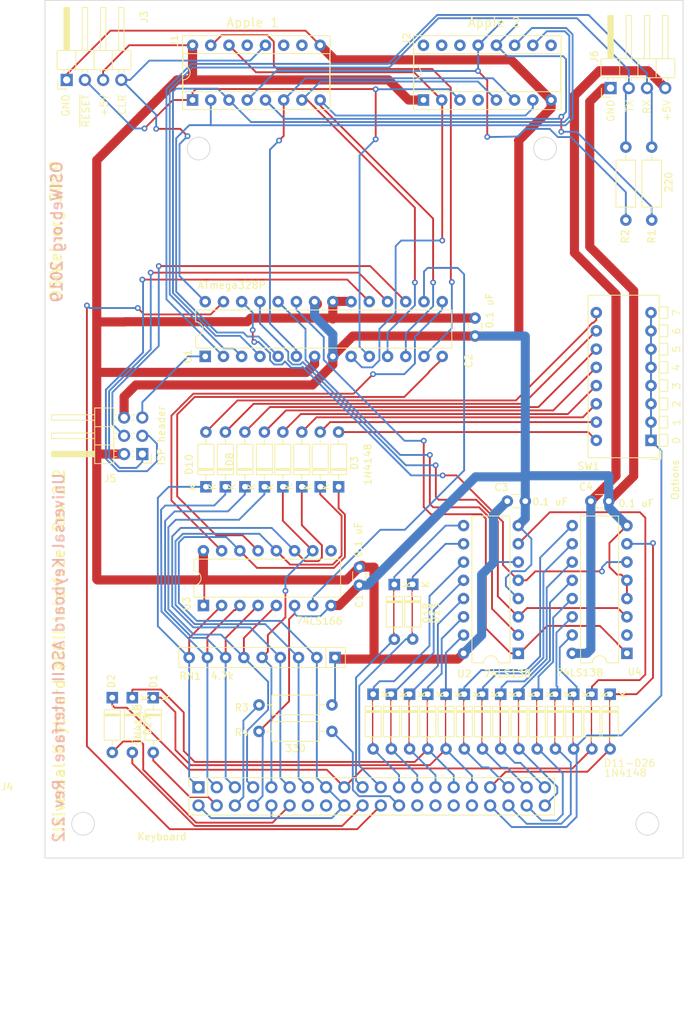
<source format=kicad_pcb>
(kicad_pcb (version 20171130) (host pcbnew "(5.1.5-0-10_14)")
  (layers (0 F.Cu signal) (31 B.Cu signal) (34 B.Paste user) (35 F.Paste user) (36 B.SilkS user) (37 F.SilkS user) (38 B.Mask user) (39 F.Mask user) (44 Edge.Cuts user))
  (net 0 "")
  (net 1 GND)
  (net 2 +5V)
  (net 3 /Row3)
  (net 4 /Row0)
  (net 5 /Row1)
  (net 6 /Row4)
  (net 7 /Row5)
  (net 8 /Row7)
  (net 9 /D7)
  (net 10 /D1)
  (net 11 /D2)
  (net 12 /D3)
  (net 13 /D4)
  (net 14 /D5)
  (net 15 /D6)
  (net 16 /Col0)
  (net 17 /Col1)
  (net 18 /Col2)
  (net 19 /Col3)
  (net 20 /Col4)
  (net 21 /Col5)
  (net 22 /Col6)
  (net 23 /Col7)
  (net 24 /Row6)
  (net 25 /Row2)
  (net 26 /D0)
  (net 27 "Net-(D1-Pad2)")
  (net 28 "Net-(D2-Pad2)")
  (net 29 /CAPS_LED)
  (net 30 "Net-(U1-Pad25)")
  (net 31 "Net-(U1-Pad24)")
  (net 32 "Net-(U1-Pad23)")
  (net 33 /ClrScr)
  (net 34 "Net-(J4-Pad14)")
  (net 35 "Net-(J4-Pad16)")
  (net 36 /~SYS_RESET)
  (net 37 /~STROBE)
  (net 38 "Net-(U1-Pad14)")
  (net 39 "Net-(U1-Pad26)")
  (net 40 "Net-(U1-Pad16)")
  (net 41 "Net-(U1-Pad15)")
  (net 42 /Row10)
  (net 43 /Row9)
  (net 44 /Row8)
  (net 45 /Row15)
  (net 46 /Row14)
  (net 47 /Row13)
  (net 48 /Row12)
  (net 49 /Row11)
  (net 50 "Net-(U3-Pad9)")
  (net 51 /~RESET)
  (net 52 /MOSI)
  (net 53 /SCK)
  (net 54 /MISO)
  (net 55 /Tx)
  (net 56 /Rx)
  (net 57 "Net-(U4-Pad2)")
  (net 58 "Net-(J1-Pad10)")
  (net 59 "Net-(J1-Pad11)")
  (net 60 "Net-(J1-Pad13)")
  (net 61 "Net-(J2-Pad9)")
  (net 62 "Net-(J2-Pad4)")
  (net 63 "Net-(J2-Pad14)")
  (net 64 "Net-(J2-Pad15)")
  (net 65 "Net-(J2-Pad16)")
  (net 66 "Net-(D3-Pad2)")
  (net 67 "Net-(D4-Pad2)")
  (net 68 "Net-(D5-Pad2)")
  (net 69 "Net-(D6-Pad2)")
  (net 70 "Net-(D7-Pad2)")
  (net 71 "Net-(D8-Pad2)")
  (net 72 "Net-(D9-Pad2)")
  (net 73 "Net-(D10-Pad2)")
  (net 74 "Net-(J4-Pad26)")
  (net 75 "Net-(J4-Pad24)")
  (net 76 "Net-(J4-Pad32)")
  (net 77 "Net-(J4-Pad30)")
  (net 78 "Net-(J4-Pad28)")
  (net 79 "Net-(D11-Pad1)")
  (net 80 "Net-(D12-Pad1)")
  (net 81 "Net-(D13-Pad1)")
  (net 82 "Net-(D14-Pad1)")
  (net 83 "Net-(D15-Pad1)")
  (net 84 "Net-(D16-Pad1)")
  (net 85 "Net-(D17-Pad1)")
  (net 86 "Net-(D18-Pad1)")
  (net 87 "Net-(D19-Pad1)")
  (net 88 "Net-(D20-Pad1)")
  (net 89 "Net-(D21-Pad1)")
  (net 90 "Net-(D22-Pad1)")
  (net 91 "Net-(D23-Pad1)")
  (net 92 "Net-(D24-Pad1)")
  (net 93 "Net-(D25-Pad1)")
  (net 94 "Net-(D26-Pad1)")
  (net 95 "Net-(D27-Pad2)")
  (net 96 "Net-(J4-Pad6)")
  (module unikbd:D_DO-35_SOD27_P7.62mm_Horizontal_bypassed (layer F.Cu) (at 222.25 160.0724 270)
    (fp_text reference D26 hide)
    (fp_text value 1N4148 hide)
    (fp_poly (pts (xy 7.239 0.127) (xy 0.381 0.127) (xy 0.381 0) (xy 7.239 0)) (layer F.Cu) (width 0.0508))
    (fp_text user K (at 0 -1.8 90) (layer F.SilkS))
    (fp_text user K (at 0 -1.8 90) (layer F.SilkS))
    (pad 1 thru_hole rect (at 0 0 270) (size 1.6 1.6) (drill 0.8) (layers *.Cu *.Mask) (net 94 "Net-(D26-Pad1)"))
    (pad 2 thru_hole oval (at 7.62 0 270) (size 1.6 1.6) (drill 0.8) (layers *.Cu *.Mask) (net 46 /Row14))
  )
  (module unikbd:D_DO-35_SOD27_P7.62mm_Horizontal_bypassed (layer F.Cu) (at 227.33 160.0724 270)
    (fp_text reference D25 hide)
    (fp_text value 1N4148)
    (fp_poly (pts (xy 7.239 0.127) (xy 0.381 0.127) (xy 0.381 0) (xy 7.239 0)) (layer F.Cu) (width 0.0508))
    (fp_text user K (at 0 -1.8 90) (layer F.SilkS))
    (fp_text user K (at 0 -1.8 90) (layer F.SilkS))
    (pad 1 thru_hole rect (at 0 0 270) (size 1.6 1.6) (drill 0.8) (layers *.Cu *.Mask) (net 93 "Net-(D25-Pad1)"))
    (pad 2 thru_hole oval (at 7.62 0 270) (size 1.6 1.6) (drill 0.8) (layers *.Cu *.Mask) (net 48 /Row12))
  )
  (module unikbd:D_DO-35_SOD27_P7.62mm_Horizontal_bypassed (layer F.Cu) (at 232.41 160.0724 270)
    (fp_text reference D24 hide)
    (fp_text value 1N4148)
    (fp_poly (pts (xy 7.239 0.127) (xy 0.381 0.127) (xy 0.381 0) (xy 7.239 0)) (layer F.Cu) (width 0.0508))
    (fp_text user K (at 0 -1.8 90) (layer F.SilkS))
    (fp_text user K (at 0 -1.8 90) (layer F.SilkS))
    (pad 1 thru_hole rect (at 0 0 270) (size 1.6 1.6) (drill 0.8) (layers *.Cu *.Mask) (net 92 "Net-(D24-Pad1)"))
    (pad 2 thru_hole oval (at 7.62 0 270) (size 1.6 1.6) (drill 0.8) (layers *.Cu *.Mask) (net 42 /Row10))
  )
  (module unikbd:D_DO-35_SOD27_P7.62mm_Horizontal_bypassed (layer F.Cu) (at 237.49 160.0724 270)
    (fp_text reference D23 hide)
    (fp_text value 1N4148)
    (fp_poly (pts (xy 7.239 0.127) (xy 0.381 0.127) (xy 0.381 0) (xy 7.239 0)) (layer F.Cu) (width 0.0508))
    (fp_text user K (at 0 -1.8 90) (layer F.SilkS))
    (fp_text user K (at 0 -1.8 90) (layer F.SilkS))
    (pad 1 thru_hole rect (at 0 0 270) (size 1.6 1.6) (drill 0.8) (layers *.Cu *.Mask) (net 91 "Net-(D23-Pad1)"))
    (pad 2 thru_hole oval (at 7.62 0 270) (size 1.6 1.6) (drill 0.8) (layers *.Cu *.Mask) (net 44 /Row8))
  )
  (module unikbd:D_DO-35_SOD27_P7.62mm_Horizontal_bypassed (layer F.Cu) (at 242.57 160.0724 270)
    (fp_text reference D22 hide)
    (fp_text value 1N4148 hide)
    (fp_poly (pts (xy 7.239 0.127) (xy 0.381 0.127) (xy 0.381 0) (xy 7.239 0)) (layer F.Cu) (width 0.0508))
    (fp_text user K (at 0 -1.8 90) (layer F.SilkS))
    (fp_text user K (at 0 -1.8 90) (layer F.SilkS))
    (pad 1 thru_hole rect (at 0 0 270) (size 1.6 1.6) (drill 0.8) (layers *.Cu *.Mask) (net 90 "Net-(D22-Pad1)"))
    (pad 2 thru_hole oval (at 7.62 0 270) (size 1.6 1.6) (drill 0.8) (layers *.Cu *.Mask) (net 45 /Row15))
  )
  (module unikbd:D_DO-35_SOD27_P7.62mm_Horizontal_bypassed (layer F.Cu) (at 224.79 160.0724 270)
    (fp_text reference D21 hide)
    (fp_text value 1N4148)
    (fp_poly (pts (xy 7.239 0.127) (xy 0.381 0.127) (xy 0.381 0) (xy 7.239 0)) (layer F.Cu) (width 0.0508))
    (fp_text user K (at 0 -1.8 90) (layer F.SilkS))
    (fp_text user K (at 0 -1.8 90) (layer F.SilkS))
    (pad 1 thru_hole rect (at 0 0 270) (size 1.6 1.6) (drill 0.8) (layers *.Cu *.Mask) (net 89 "Net-(D21-Pad1)"))
    (pad 2 thru_hole oval (at 7.62 0 270) (size 1.6 1.6) (drill 0.8) (layers *.Cu *.Mask) (net 47 /Row13))
  )
  (module unikbd:D_DO-35_SOD27_P7.62mm_Horizontal_bypassed (layer F.Cu) (at 229.87 160.0724 270)
    (fp_text reference D20 hide)
    (fp_text value 1N4148)
    (fp_poly (pts (xy 7.239 0.127) (xy 0.381 0.127) (xy 0.381 0) (xy 7.239 0)) (layer F.Cu) (width 0.0508))
    (fp_text user K (at 0 -1.8 90) (layer F.SilkS))
    (fp_text user K (at 0 -1.8 90) (layer F.SilkS))
    (pad 1 thru_hole rect (at 0 0 270) (size 1.6 1.6) (drill 0.8) (layers *.Cu *.Mask) (net 88 "Net-(D20-Pad1)"))
    (pad 2 thru_hole oval (at 7.62 0 270) (size 1.6 1.6) (drill 0.8) (layers *.Cu *.Mask) (net 49 /Row11))
  )
  (module unikbd:D_DO-35_SOD27_P7.62mm_Horizontal_bypassed (layer F.Cu) (at 234.95 160.0724 270)
    (fp_text reference D19 hide)
    (fp_text value 1N4148)
    (fp_poly (pts (xy 7.239 0.127) (xy 0.381 0.127) (xy 0.381 0) (xy 7.239 0)) (layer F.Cu) (width 0.0508))
    (fp_text user K (at 0 -1.8 90) (layer F.SilkS))
    (fp_text user K (at 0 -1.8 90) (layer F.SilkS))
    (pad 1 thru_hole rect (at 0 0 270) (size 1.6 1.6) (drill 0.8) (layers *.Cu *.Mask) (net 87 "Net-(D19-Pad1)"))
    (pad 2 thru_hole oval (at 7.62 0 270) (size 1.6 1.6) (drill 0.8) (layers *.Cu *.Mask) (net 43 /Row9))
  )
  (module unikbd:D_DO-35_SOD27_P7.62mm_Horizontal_bypassed (layer F.Cu) (at 212.4988 144.807 270)
    (fp_text reference D18 (at 3.9878 -4.4958 90) (layer F.SilkS))
    (fp_text value 1N4148)
    (fp_poly (pts (xy 7.239 0.127) (xy 0.381 0.127) (xy 0.381 0) (xy 7.239 0)) (layer F.Cu) (width 0.0508))
    (fp_text user K (at 0 -1.8 90) (layer F.SilkS))
    (fp_text user K (at 0 -1.8 90) (layer F.SilkS))
    (pad 1 thru_hole rect (at 0 0 270) (size 1.6 1.6) (drill 0.8) (layers *.Cu *.Mask) (net 86 "Net-(D18-Pad1)"))
    (pad 2 thru_hole oval (at 7.62 0 270) (size 1.6 1.6) (drill 0.8) (layers *.Cu *.Mask) (net 24 /Row6))
  )
  (module unikbd:D_DO-35_SOD27_P7.62mm_Horizontal_bypassed (layer F.Cu) (at 209.55 160.0724 270)
    (fp_text reference D17 hide)
    (fp_text value 1N4148)
    (fp_poly (pts (xy 7.239 0.127) (xy 0.381 0.127) (xy 0.381 0) (xy 7.239 0)) (layer F.Cu) (width 0.0508))
    (fp_text user K (at 0 -1.8 90) (layer F.SilkS))
    (fp_text user K (at 0 -1.8 90) (layer F.SilkS))
    (pad 1 thru_hole rect (at 0 0 270) (size 1.6 1.6) (drill 0.8) (layers *.Cu *.Mask) (net 85 "Net-(D17-Pad1)"))
    (pad 2 thru_hole oval (at 7.62 0 270) (size 1.6 1.6) (drill 0.8) (layers *.Cu *.Mask) (net 6 /Row4))
  )
  (module unikbd:D_DO-35_SOD27_P7.62mm_Horizontal_bypassed (layer F.Cu) (at 214.63 160.0724 270)
    (fp_text reference D16 hide)
    (fp_text value 1N4148)
    (fp_poly (pts (xy 7.239 0.127) (xy 0.381 0.127) (xy 0.381 0) (xy 7.239 0)) (layer F.Cu) (width 0.0508))
    (fp_text user K (at 0 -1.8 90) (layer F.SilkS))
    (fp_text user K (at 0 -1.8 90) (layer F.SilkS))
    (pad 1 thru_hole rect (at 0 0 270) (size 1.6 1.6) (drill 0.8) (layers *.Cu *.Mask) (net 84 "Net-(D16-Pad1)"))
    (pad 2 thru_hole oval (at 7.62 0 270) (size 1.6 1.6) (drill 0.8) (layers *.Cu *.Mask) (net 25 /Row2))
  )
  (module unikbd:D_DO-35_SOD27_P7.62mm_Horizontal_bypassed (layer F.Cu) (at 219.71 160.0724 270)
    (fp_text reference D15 hide)
    (fp_text value 1N4148)
    (fp_poly (pts (xy 7.239 0.127) (xy 0.381 0.127) (xy 0.381 0) (xy 7.239 0)) (layer F.Cu) (width 0.0508))
    (fp_text user K (at 0 -1.8 90) (layer F.SilkS))
    (fp_text user K (at 0 -1.8 90) (layer F.SilkS))
    (pad 1 thru_hole rect (at 0 0 270) (size 1.6 1.6) (drill 0.8) (layers *.Cu *.Mask) (net 83 "Net-(D15-Pad1)"))
    (pad 2 thru_hole oval (at 7.62 0 270) (size 1.6 1.6) (drill 0.8) (layers *.Cu *.Mask) (net 4 /Row0))
  )
  (module unikbd:D_DO-35_SOD27_P7.62mm_Horizontal_bypassed (layer F.Cu) (at 240.03 160.0724 270)
    (fp_text reference D14 hide)
    (fp_text value 1N4148)
    (fp_poly (pts (xy 7.239 0.127) (xy 0.381 0.127) (xy 0.381 0) (xy 7.239 0)) (layer F.Cu) (width 0.0508))
    (fp_text user K (at 0 -1.8 90) (layer F.SilkS))
    (fp_text user K (at 0 -1.8 90) (layer F.SilkS))
    (pad 1 thru_hole rect (at 0 0 270) (size 1.6 1.6) (drill 0.8) (layers *.Cu *.Mask) (net 82 "Net-(D14-Pad1)"))
    (pad 2 thru_hole oval (at 7.62 0 270) (size 1.6 1.6) (drill 0.8) (layers *.Cu *.Mask) (net 8 /Row7))
  )
  (module unikbd:D_DO-35_SOD27_P7.62mm_Horizontal_bypassed (layer F.Cu) (at 215.0642 144.7816 270)
    (fp_text reference D13 (at 4.0132 -3.2004 90) (layer F.SilkS))
    (fp_text value 1N4148)
    (fp_poly (pts (xy 7.239 0.127) (xy 0.381 0.127) (xy 0.381 0) (xy 7.239 0)) (layer F.Cu) (width 0.0508))
    (fp_text user K (at 0 -1.8 90) (layer F.SilkS))
    (fp_text user K (at 0 -1.8 90) (layer F.SilkS))
    (pad 1 thru_hole rect (at 0 0 270) (size 1.6 1.6) (drill 0.8) (layers *.Cu *.Mask) (net 81 "Net-(D13-Pad1)"))
    (pad 2 thru_hole oval (at 7.62 0 270) (size 1.6 1.6) (drill 0.8) (layers *.Cu *.Mask) (net 7 /Row5))
  )
  (module unikbd:D_DO-35_SOD27_P7.62mm_Horizontal_bypassed (layer F.Cu) (at 212.09 160.0724 270)
    (fp_text reference D12 hide)
    (fp_text value 1N4148)
    (fp_poly (pts (xy 7.239 0.127) (xy 0.381 0.127) (xy 0.381 0) (xy 7.239 0)) (layer F.Cu) (width 0.0508))
    (fp_text user K (at 0 -1.8 90) (layer F.SilkS))
    (fp_text user K (at 0 -1.8 90) (layer F.SilkS))
    (pad 1 thru_hole rect (at 0 0 270) (size 1.6 1.6) (drill 0.8) (layers *.Cu *.Mask) (net 80 "Net-(D12-Pad1)"))
    (pad 2 thru_hole oval (at 7.62 0 270) (size 1.6 1.6) (drill 0.8) (layers *.Cu *.Mask) (net 3 /Row3))
  )
  (module unikbd:D_DO-35_SOD27_P7.62mm_Horizontal_bypassed (layer F.Cu) (at 217.17 160.0724 270)
    (fp_text reference D11 hide)
    (fp_text value 1N4148)
    (fp_poly (pts (xy 7.239 0.127) (xy 0.381 0.127) (xy 0.381 0) (xy 7.239 0)) (layer F.Cu) (width 0.0508))
    (fp_text user K (at 0 -1.8 90) (layer F.SilkS))
    (fp_text user K (at 0 -1.8 90) (layer F.SilkS))
    (pad 1 thru_hole rect (at 0 0 270) (size 1.6 1.6) (drill 0.8) (layers *.Cu *.Mask) (net 79 "Net-(D11-Pad1)"))
    (pad 2 thru_hole oval (at 7.62 0 270) (size 1.6 1.6) (drill 0.8) (layers *.Cu *.Mask) (net 5 /Row1))
  )
  (module Resistor_THT:R_Axial_DIN0207_L6.3mm_D2.5mm_P10.16mm_Horizontal (layer F.Cu) (at 193.652 165.254)
    (fp_text reference R4 (at -2.413 0.127) (layer F.SilkS))
    (fp_text value 330 (at 5.08 2.37) (layer F.SilkS))
    (pad 2 thru_hole oval (at 10.16 0) (size 1.6 1.6) (drill 0.8) (layers *.Cu *.Mask) (net 75 "Net-(J4-Pad24)"))
    (pad 1 thru_hole circle (at 0 0) (size 1.6 1.6) (drill 0.8) (layers *.Cu *.Mask) (net 1 GND))
  )
  (module Resistor_THT:R_Axial_DIN0207_L6.3mm_D2.5mm_P10.16mm_Horizontal (layer F.Cu) (at 203.812 161.571 180)
    (fp_text reference R3 (at 12.573 -0.381) (layer F.SilkS))
    (fp_text value 330)
    (pad 2 thru_hole oval (at 10.16 0 180) (size 1.6 1.6) (drill 0.8) (layers *.Cu *.Mask) (net 96 "Net-(J4-Pad6)"))
    (pad 1 thru_hole circle (at 0 0 180) (size 1.6 1.6) (drill 0.8) (layers *.Cu *.Mask) (net 2 +5V))
  )
  (module Diode_THT:D_DO-35_SOD27_P7.62mm_Horizontal (layer F.Cu) (at 175.999 160.555 270)
    (fp_text reference D27 (at 3.81 -2.12 90) (layer F.SilkS))
    (fp_text value 1N4148)
    (fp_text user K (at 0 -1.8 90) (layer F.SilkS))
    (pad 2 thru_hole oval (at 7.62 0 270) (size 1.6 1.6) (drill 0.8) (layers *.Cu *.Mask) (net 95 "Net-(D27-Pad2)"))
    (pad 1 thru_hole rect (at 0 0 270) (size 1.6 1.6) (drill 0.8) (layers *.Cu *.Mask) (net 5 /Row1))
  )
  (module unikbd:PinHeader_2x20_P2.54mm_Vertical (layer F.Cu) (at 185.397 175.5918 90)
    (fp_text reference J4 (at 2.6162 -26.8478 180) (layer F.SilkS))
    (fp_text value Keyboard (at -4.318 -5.2578 180) (layer F.SilkS))
    (pad 40 thru_hole oval (at 0.0254 48.0822 90) (size 1.7 1.7) (drill 1) (layers *.Cu *.Mask) (net 49 /Row11))
    (pad 39 thru_hole oval (at 2.5654 48.0822 90) (size 1.7 1.7) (drill 1) (layers *.Cu *.Mask) (net 48 /Row12))
    (pad 38 thru_hole oval (at 0.0254 45.5422 90) (size 1.7 1.7) (drill 1) (layers *.Cu *.Mask) (net 42 /Row10))
    (pad 37 thru_hole oval (at 2.5654 45.5422 90) (size 1.7 1.7) (drill 1) (layers *.Cu *.Mask) (net 47 /Row13))
    (pad 36 thru_hole oval (at 0.0254 43.0022 90) (size 1.7 1.7) (drill 1) (layers *.Cu *.Mask) (net 43 /Row9))
    (pad 35 thru_hole oval (at 2.5654 43.0022 90) (size 1.7 1.7) (drill 1) (layers *.Cu *.Mask) (net 46 /Row14))
    (pad 34 thru_hole oval (at 0.0254 40.4622 90) (size 1.7 1.7) (drill 1) (layers *.Cu *.Mask) (net 44 /Row8))
    (pad 33 thru_hole oval (at 2.5654 40.4622 90) (size 1.7 1.7) (drill 1) (layers *.Cu *.Mask) (net 45 /Row15))
    (pad 32 thru_hole oval (at 0.0254 37.9222 90) (size 1.7 1.7) (drill 1) (layers *.Cu *.Mask) (net 76 "Net-(J4-Pad32)"))
    (pad 31 thru_hole oval (at 2.5654 37.9222 90) (size 1.7 1.7) (drill 1) (layers *.Cu *.Mask) (net 4 /Row0))
    (pad 30 thru_hole oval (at 0.0254 35.3822 90) (size 1.7 1.7) (drill 1) (layers *.Cu *.Mask) (net 77 "Net-(J4-Pad30)"))
    (pad 29 thru_hole oval (at 2.5654 35.3822 90) (size 1.7 1.7) (drill 1) (layers *.Cu *.Mask) (net 5 /Row1))
    (pad 28 thru_hole oval (at 0.0254 32.8422 90) (size 1.7 1.7) (drill 1) (layers *.Cu *.Mask) (net 78 "Net-(J4-Pad28)"))
    (pad 27 thru_hole oval (at 2.5654 32.8422 90) (size 1.7 1.7) (drill 1) (layers *.Cu *.Mask) (net 25 /Row2))
    (pad 26 thru_hole oval (at 0.0254 30.3022 90) (size 1.7 1.7) (drill 1) (layers *.Cu *.Mask) (net 74 "Net-(J4-Pad26)"))
    (pad 25 thru_hole oval (at 2.5654 30.3022 90) (size 1.7 1.7) (drill 1) (layers *.Cu *.Mask) (net 3 /Row3))
    (pad 24 thru_hole oval (at 0.0254 27.7622 90) (size 1.7 1.7) (drill 1) (layers *.Cu *.Mask) (net 75 "Net-(J4-Pad24)"))
    (pad 23 thru_hole oval (at 2.5654 27.7622 90) (size 1.7 1.7) (drill 1) (layers *.Cu *.Mask) (net 6 /Row4))
    (pad 22 thru_hole oval (at 0.0254 25.2222 90) (size 1.7 1.7) (drill 1) (layers *.Cu *.Mask) (net 29 /CAPS_LED))
    (pad 21 thru_hole oval (at 2.5654 25.2222 90) (size 1.7 1.7) (drill 1) (layers *.Cu *.Mask) (net 7 /Row5))
    (pad 20 thru_hole oval (at 0.0254 22.6822 90) (size 1.7 1.7) (drill 1) (layers *.Cu *.Mask) (net 95 "Net-(D27-Pad2)"))
    (pad 19 thru_hole oval (at 2.5654 22.6822 90) (size 1.7 1.7) (drill 1) (layers *.Cu *.Mask) (net 24 /Row6))
    (pad 18 thru_hole oval (at 0.0254 20.1422 90) (size 1.7 1.7) (drill 1) (layers *.Cu *.Mask) (net 16 /Col0))
    (pad 17 thru_hole oval (at 2.5654 20.1422 90) (size 1.7 1.7) (drill 1) (layers *.Cu *.Mask) (net 8 /Row7))
    (pad 16 thru_hole oval (at 0.0254 17.6022 90) (size 1.7 1.7) (drill 1) (layers *.Cu *.Mask) (net 35 "Net-(J4-Pad16)"))
    (pad 15 thru_hole oval (at 2.5654 17.6022 90) (size 1.7 1.7) (drill 1) (layers *.Cu *.Mask) (net 16 /Col0))
    (pad 14 thru_hole oval (at 0.0254 15.0622 90) (size 1.7 1.7) (drill 1) (layers *.Cu *.Mask) (net 34 "Net-(J4-Pad14)"))
    (pad 13 thru_hole oval (at 2.5654 15.0622 90) (size 1.7 1.7) (drill 1) (layers *.Cu *.Mask) (net 17 /Col1))
    (pad 12 thru_hole oval (at 0.0254 12.5222 90) (size 1.7 1.7) (drill 1) (layers *.Cu *.Mask) (net 28 "Net-(D2-Pad2)"))
    (pad 11 thru_hole oval (at 2.5654 12.5222 90) (size 1.7 1.7) (drill 1) (layers *.Cu *.Mask) (net 18 /Col2))
    (pad 10 thru_hole oval (at 0.0254 9.9822 90) (size 1.7 1.7) (drill 1) (layers *.Cu *.Mask) (net 16 /Col0))
    (pad 9 thru_hole oval (at 2.5654 9.9822 90) (size 1.7 1.7) (drill 1) (layers *.Cu *.Mask) (net 19 /Col3))
    (pad 8 thru_hole oval (at 0.0254 7.4422 90) (size 1.7 1.7) (drill 1) (layers *.Cu *.Mask) (net 1 GND))
    (pad 7 thru_hole oval (at 2.5654 7.4422 90) (size 1.7 1.7) (drill 1) (layers *.Cu *.Mask) (net 20 /Col4))
    (pad 6 thru_hole oval (at 0.0254 4.9022 90) (size 1.7 1.7) (drill 1) (layers *.Cu *.Mask) (net 96 "Net-(J4-Pad6)"))
    (pad 5 thru_hole oval (at 2.5654 4.9022 90) (size 1.7 1.7) (drill 1) (layers *.Cu *.Mask) (net 21 /Col5))
    (pad 4 thru_hole oval (at 0.0254 2.3622 90) (size 1.7 1.7) (drill 1) (layers *.Cu *.Mask) (net 27 "Net-(D1-Pad2)"))
    (pad 3 thru_hole oval (at 2.5654 2.3622 90) (size 1.7 1.7) (drill 1) (layers *.Cu *.Mask) (net 22 /Col6))
    (pad 2 thru_hole oval (at 0.0254 -0.1778 90) (size 1.7 1.7) (drill 1) (layers *.Cu *.Mask) (net 16 /Col0))
    (pad 1 thru_hole rect (at 2.5654 -0.1778 90) (size 1.7 1.7) (drill 1) (layers *.Cu *.Mask) (net 23 /Col7))
  )
  (module Connector_PinHeader_2.54mm:PinHeader_1x04_P2.54mm_Horizontal (layer F.Cu) (at 242.62828 75.70376 90)
    (fp_text reference J6 (at 4.385 -2.27 90) (layer F.SilkS))
    (fp_text value UART)
    (pad 4 thru_hole oval (at 0 7.62 90) (size 1.7 1.7) (drill 1) (layers *.Cu *.Mask) (net 2 +5V))
    (pad 3 thru_hole oval (at 0 5.08 90) (size 1.7 1.7) (drill 1) (layers *.Cu *.Mask) (net 56 /Rx))
    (pad 2 thru_hole oval (at 0 2.54 90) (size 1.7 1.7) (drill 1) (layers *.Cu *.Mask) (net 55 /Tx))
    (pad 1 thru_hole rect (at 0 0 90) (size 1.7 1.7) (drill 1) (layers *.Cu *.Mask) (net 1 GND))
  )
  (module Button_Switch_THT:SW_DIP_SPSTx08_Piano_CTS_Series194-8MSTN_W7.62mm_P2.54mm (layer F.Cu) (at 248.262 124.741 180)
    (fp_text reference SW1 (at 8.7122 -3.6068) (layer F.SilkS))
    (fp_text value Options (at -3.3782 -5.4864 90) (layer F.SilkS))
    (pad 1 thru_hole rect (at 0 0 180) (size 1.6 1.6) (drill 0.8) (layers *.Cu *.Mask) (net 44 /Row8))
    (pad 9 thru_hole oval (at 7.62 17.78 180) (size 1.6 1.6) (drill 0.8) (layers *.Cu *.Mask) (net 73 "Net-(D10-Pad2)"))
    (pad 2 thru_hole oval (at 0 2.54 180) (size 1.6 1.6) (drill 0.8) (layers *.Cu *.Mask) (net 44 /Row8))
    (pad 10 thru_hole oval (at 7.62 15.24 180) (size 1.6 1.6) (drill 0.8) (layers *.Cu *.Mask) (net 72 "Net-(D9-Pad2)"))
    (pad 3 thru_hole oval (at 0 5.08 180) (size 1.6 1.6) (drill 0.8) (layers *.Cu *.Mask) (net 44 /Row8))
    (pad 11 thru_hole oval (at 7.62 12.7 180) (size 1.6 1.6) (drill 0.8) (layers *.Cu *.Mask) (net 71 "Net-(D8-Pad2)"))
    (pad 4 thru_hole oval (at 0 7.62 180) (size 1.6 1.6) (drill 0.8) (layers *.Cu *.Mask) (net 44 /Row8))
    (pad 12 thru_hole oval (at 7.62 10.16 180) (size 1.6 1.6) (drill 0.8) (layers *.Cu *.Mask) (net 70 "Net-(D7-Pad2)"))
    (pad 5 thru_hole oval (at 0 10.16 180) (size 1.6 1.6) (drill 0.8) (layers *.Cu *.Mask) (net 44 /Row8))
    (pad 13 thru_hole oval (at 7.62 7.62 180) (size 1.6 1.6) (drill 0.8) (layers *.Cu *.Mask) (net 69 "Net-(D6-Pad2)"))
    (pad 6 thru_hole oval (at 0 12.7 180) (size 1.6 1.6) (drill 0.8) (layers *.Cu *.Mask) (net 44 /Row8))
    (pad 14 thru_hole oval (at 7.62 5.08 180) (size 1.6 1.6) (drill 0.8) (layers *.Cu *.Mask) (net 68 "Net-(D5-Pad2)"))
    (pad 7 thru_hole oval (at 0 15.24 180) (size 1.6 1.6) (drill 0.8) (layers *.Cu *.Mask) (net 44 /Row8))
    (pad 15 thru_hole oval (at 7.62 2.54 180) (size 1.6 1.6) (drill 0.8) (layers *.Cu *.Mask) (net 67 "Net-(D4-Pad2)"))
    (pad 8 thru_hole oval (at 0 17.78 180) (size 1.6 1.6) (drill 0.8) (layers *.Cu *.Mask) (net 44 /Row8))
    (pad 16 thru_hole oval (at 7.62 0 180) (size 1.6 1.6) (drill 0.8) (layers *.Cu *.Mask) (net 66 "Net-(D3-Pad2)"))
  )
  (module Diode_THT:D_DO-35_SOD27_P7.62mm_Horizontal (layer F.Cu) (at 186.25044 131.20784 90)
    (fp_text reference D10 (at 3.11404 -2.3368 90) (layer F.SilkS))
    (fp_text value 1N4148 hide)
    (fp_text user K (at 0 -1.8 90) (layer F.SilkS))
    (pad 2 thru_hole oval (at 7.62 0 90) (size 1.6 1.6) (drill 0.8) (layers *.Cu *.Mask) (net 73 "Net-(D10-Pad2)"))
    (pad 1 thru_hole rect (at 0 0 90) (size 1.6 1.6) (drill 0.8) (layers *.Cu *.Mask) (net 23 /Col7))
  )
  (module Diode_THT:D_DO-35_SOD27_P7.62mm_Horizontal (layer F.Cu) (at 191.68604 131.20784 90)
    (fp_text reference D8 (at 3.81 -2.12 90) (layer F.SilkS))
    (fp_text value 1N4148 hide)
    (fp_text user K (at 0 -1.8 90) (layer F.SilkS))
    (pad 2 thru_hole oval (at 7.62 0 90) (size 1.6 1.6) (drill 0.8) (layers *.Cu *.Mask) (net 71 "Net-(D8-Pad2)"))
    (pad 1 thru_hole rect (at 0 0 90) (size 1.6 1.6) (drill 0.8) (layers *.Cu *.Mask) (net 21 /Col5))
  )
  (module Diode_THT:D_DO-35_SOD27_P7.62mm_Horizontal (layer F.Cu) (at 196.96924 131.20784 90)
    (fp_text reference D6 hide)
    (fp_text value 1N4148 hide)
    (fp_text user K (at 0 -1.8 90) (layer F.SilkS))
    (pad 2 thru_hole oval (at 7.62 0 90) (size 1.6 1.6) (drill 0.8) (layers *.Cu *.Mask) (net 69 "Net-(D6-Pad2)"))
    (pad 1 thru_hole rect (at 0 0 90) (size 1.6 1.6) (drill 0.8) (layers *.Cu *.Mask) (net 19 /Col3))
  )
  (module Diode_THT:D_DO-35_SOD27_P7.62mm_Horizontal (layer F.Cu) (at 202.17624 131.20784 90)
    (fp_text reference D4 hide)
    (fp_text value 1N4148 hide)
    (fp_text user K (at 0 -1.8 90) (layer F.SilkS))
    (pad 2 thru_hole oval (at 7.62 0 90) (size 1.6 1.6) (drill 0.8) (layers *.Cu *.Mask) (net 67 "Net-(D4-Pad2)"))
    (pad 1 thru_hole rect (at 0 0 90) (size 1.6 1.6) (drill 0.8) (layers *.Cu *.Mask) (net 17 /Col1))
  )
  (module Diode_THT:D_DO-35_SOD27_P7.62mm_Horizontal (layer F.Cu) (at 188.96824 131.20784 90)
    (fp_text reference D9 hide)
    (fp_text value 1N4148 hide)
    (fp_text user K (at 0 -1.8 90) (layer F.SilkS))
    (pad 2 thru_hole oval (at 7.62 0 90) (size 1.6 1.6) (drill 0.8) (layers *.Cu *.Mask) (net 72 "Net-(D9-Pad2)"))
    (pad 1 thru_hole rect (at 0 0 90) (size 1.6 1.6) (drill 0.8) (layers *.Cu *.Mask) (net 22 /Col6))
  )
  (module Diode_THT:D_DO-35_SOD27_P7.62mm_Horizontal (layer F.Cu) (at 194.40384 131.20784 90)
    (fp_text reference D7 hide)
    (fp_text value 1N4148 hide)
    (fp_text user K (at 0 -1.8 90) (layer F.SilkS))
    (pad 2 thru_hole oval (at 7.62 0 90) (size 1.6 1.6) (drill 0.8) (layers *.Cu *.Mask) (net 70 "Net-(D7-Pad2)"))
    (pad 1 thru_hole rect (at 0 0 90) (size 1.6 1.6) (drill 0.8) (layers *.Cu *.Mask) (net 20 /Col4))
  )
  (module Diode_THT:D_DO-35_SOD27_P7.62mm_Horizontal (layer F.Cu) (at 199.61084 131.20784 90)
    (fp_text reference D5 hide)
    (fp_text value 1N4148 hide)
    (fp_text user K (at 0 -1.8 90) (layer F.SilkS))
    (pad 2 thru_hole oval (at 7.62 0 90) (size 1.6 1.6) (drill 0.8) (layers *.Cu *.Mask) (net 68 "Net-(D5-Pad2)"))
    (pad 1 thru_hole rect (at 0 0 90) (size 1.6 1.6) (drill 0.8) (layers *.Cu *.Mask) (net 18 /Col2))
  )
  (module Diode_THT:D_DO-35_SOD27_P7.62mm_Horizontal (layer F.Cu) (at 204.74164 131.20784 90)
    (fp_text reference D3 (at 3.31724 2.19456 90) (layer F.SilkS))
    (fp_text value 1N4148 (at 3.11404 4.07416 90) (layer F.SilkS))
    (fp_text user K (at 0 -1.8 90) (layer F.SilkS))
    (pad 2 thru_hole oval (at 7.62 0 90) (size 1.6 1.6) (drill 0.8) (layers *.Cu *.Mask) (net 66 "Net-(D3-Pad2)"))
    (pad 1 thru_hole rect (at 0 0 90) (size 1.6 1.6) (drill 0.8) (layers *.Cu *.Mask) (net 16 /Col0))
  )
  (module Connector_PinHeader_2.54mm:PinHeader_2x03_P2.54mm_Horizontal (layer F.Cu) (at 177.396 126.646 180)
    (fp_text reference J5 (at 4.4958 -3.4036) (layer F.SilkS))
    (fp_text value "ISP header" (at -2.6416 2.54 90) (layer F.SilkS))
    (pad 6 thru_hole oval (at 2.54 5.08 180) (size 1.7 1.7) (drill 1) (layers *.Cu *.Mask) (net 1 GND))
    (pad 5 thru_hole oval (at 0 5.08 180) (size 1.7 1.7) (drill 1) (layers *.Cu *.Mask) (net 51 /~RESET))
    (pad 4 thru_hole oval (at 2.54 2.54 180) (size 1.7 1.7) (drill 1) (layers *.Cu *.Mask) (net 52 /MOSI))
    (pad 3 thru_hole oval (at 0 2.54 180) (size 1.7 1.7) (drill 1) (layers *.Cu *.Mask) (net 53 /SCK))
    (pad 2 thru_hole oval (at 2.54 0 180) (size 1.7 1.7) (drill 1) (layers *.Cu *.Mask) (net 2 +5V))
    (pad 1 thru_hole rect (at 0 0 180) (size 1.7 1.7) (drill 1) (layers *.Cu *.Mask) (net 54 /MISO))
  )
  (module Capacitor_THT:C_Disc_D3.0mm_W1.6mm_P2.50mm (layer F.Cu) (at 228.2468 133.1992)
    (fp_text reference C3 (at -0.8382 -1.905) (layer F.SilkS))
    (fp_text value "0.1 uF" (at 5.9436 0.1016) (layer F.SilkS))
    (pad 2 thru_hole circle (at 2.5 0) (size 1.6 1.6) (drill 0.8) (layers *.Cu *.Mask) (net 1 GND))
    (pad 1 thru_hole circle (at 0 0) (size 1.6 1.6) (drill 0.8) (layers *.Cu *.Mask) (net 2 +5V))
  )
  (module Capacitor_THT:C_Disc_D3.0mm_W1.6mm_P2.50mm (layer F.Cu) (at 239.88 133.1992)
    (fp_text reference C4 (at -0.6604 -1.9812) (layer F.SilkS))
    (fp_text value "0.1 uF" (at 6.3246 0.3302) (layer F.SilkS))
    (pad 2 thru_hole circle (at 2.5 0) (size 1.6 1.6) (drill 0.8) (layers *.Cu *.Mask) (net 1 GND))
    (pad 1 thru_hole circle (at 0 0) (size 1.6 1.6) (drill 0.8) (layers *.Cu *.Mask) (net 2 +5V))
  )
  (module Capacitor_THT:C_Disc_D3.0mm_W1.6mm_P2.50mm (layer F.Cu) (at 223.751 107.723 270)
    (fp_text reference C2 (at 5.969 0.889 90) (layer F.SilkS))
    (fp_text value "0.1 uF" (at -1.016 -2.032 90) (layer F.SilkS))
    (pad 2 thru_hole circle (at 2.5 0 270) (size 1.6 1.6) (drill 0.8) (layers *.Cu *.Mask) (net 1 GND))
    (pad 1 thru_hole circle (at 0 0 270) (size 1.6 1.6) (drill 0.8) (layers *.Cu *.Mask) (net 2 +5V))
  )
  (module Capacitor_THT:C_Disc_D3.0mm_W1.6mm_P2.50mm (layer F.Cu) (at 207.622 142.394 270)
    (fp_text reference C1 (at 4.699 0 90) (layer F.SilkS))
    (fp_text value "0.1 uF" (at -3.81 0.127 90) (layer F.SilkS))
    (pad 2 thru_hole circle (at 2.5 0 270) (size 1.6 1.6) (drill 0.8) (layers *.Cu *.Mask) (net 1 GND))
    (pad 1 thru_hole circle (at 0 0 270) (size 1.6 1.6) (drill 0.8) (layers *.Cu *.Mask) (net 2 +5V))
  )
  (module Package_DIP:DIP-16_W7.62mm (layer F.Cu) (at 244.9092 154.3828 180)
    (fp_text reference U4 (at -1.0922 -2.5908) (layer F.SilkS))
    (fp_text value 74LS138 (at 6.5786 -2.6924) (layer F.SilkS))
    (pad 16 thru_hole oval (at 7.62 0 180) (size 1.6 1.6) (drill 0.8) (layers *.Cu *.Mask) (net 2 +5V))
    (pad 8 thru_hole oval (at 0 17.78 180) (size 1.6 1.6) (drill 0.8) (layers *.Cu *.Mask) (net 1 GND))
    (pad 15 thru_hole oval (at 7.62 2.54 180) (size 1.6 1.6) (drill 0.8) (layers *.Cu *.Mask) (net 91 "Net-(D23-Pad1)"))
    (pad 7 thru_hole oval (at 0 15.24 180) (size 1.6 1.6) (drill 0.8) (layers *.Cu *.Mask) (net 90 "Net-(D22-Pad1)"))
    (pad 14 thru_hole oval (at 7.62 5.08 180) (size 1.6 1.6) (drill 0.8) (layers *.Cu *.Mask) (net 87 "Net-(D19-Pad1)"))
    (pad 6 thru_hole oval (at 0 12.7 180) (size 1.6 1.6) (drill 0.8) (layers *.Cu *.Mask) (net 39 "Net-(U1-Pad26)"))
    (pad 13 thru_hole oval (at 7.62 7.62 180) (size 1.6 1.6) (drill 0.8) (layers *.Cu *.Mask) (net 92 "Net-(D24-Pad1)"))
    (pad 5 thru_hole oval (at 0 10.16 180) (size 1.6 1.6) (drill 0.8) (layers *.Cu *.Mask) (net 1 GND))
    (pad 12 thru_hole oval (at 7.62 10.16 180) (size 1.6 1.6) (drill 0.8) (layers *.Cu *.Mask) (net 88 "Net-(D20-Pad1)"))
    (pad 4 thru_hole oval (at 0 7.62 180) (size 1.6 1.6) (drill 0.8) (layers *.Cu *.Mask) (net 1 GND))
    (pad 11 thru_hole oval (at 7.62 12.7 180) (size 1.6 1.6) (drill 0.8) (layers *.Cu *.Mask) (net 93 "Net-(D25-Pad1)"))
    (pad 3 thru_hole oval (at 0 5.08 180) (size 1.6 1.6) (drill 0.8) (layers *.Cu *.Mask) (net 30 "Net-(U1-Pad25)"))
    (pad 10 thru_hole oval (at 7.62 15.24 180) (size 1.6 1.6) (drill 0.8) (layers *.Cu *.Mask) (net 89 "Net-(D21-Pad1)"))
    (pad 2 thru_hole oval (at 0 2.54 180) (size 1.6 1.6) (drill 0.8) (layers *.Cu *.Mask) (net 57 "Net-(U4-Pad2)"))
    (pad 9 thru_hole oval (at 7.62 17.78 180) (size 1.6 1.6) (drill 0.8) (layers *.Cu *.Mask) (net 94 "Net-(D26-Pad1)"))
    (pad 1 thru_hole rect (at 0 0 180) (size 1.6 1.6) (drill 0.8) (layers *.Cu *.Mask) (net 32 "Net-(U1-Pad23)"))
  )
  (module Package_DIP:DIP-16_W7.62mm (layer F.Cu) (at 229.7708 154.3828 180)
    (fp_text reference U2 (at 7.5184 -2.8448) (layer F.SilkS))
    (fp_text value 74LS138 (at 1.524 -2.8448) (layer F.SilkS))
    (pad 16 thru_hole oval (at 7.62 0 180) (size 1.6 1.6) (drill 0.8) (layers *.Cu *.Mask) (net 2 +5V))
    (pad 8 thru_hole oval (at 0 17.78 180) (size 1.6 1.6) (drill 0.8) (layers *.Cu *.Mask) (net 1 GND))
    (pad 15 thru_hole oval (at 7.62 2.54 180) (size 1.6 1.6) (drill 0.8) (layers *.Cu *.Mask) (net 83 "Net-(D15-Pad1)"))
    (pad 7 thru_hole oval (at 0 15.24 180) (size 1.6 1.6) (drill 0.8) (layers *.Cu *.Mask) (net 82 "Net-(D14-Pad1)"))
    (pad 14 thru_hole oval (at 7.62 5.08 180) (size 1.6 1.6) (drill 0.8) (layers *.Cu *.Mask) (net 79 "Net-(D11-Pad1)"))
    (pad 6 thru_hole oval (at 0 12.7 180) (size 1.6 1.6) (drill 0.8) (layers *.Cu *.Mask) (net 2 +5V))
    (pad 13 thru_hole oval (at 7.62 7.62 180) (size 1.6 1.6) (drill 0.8) (layers *.Cu *.Mask) (net 84 "Net-(D16-Pad1)"))
    (pad 5 thru_hole oval (at 0 10.16 180) (size 1.6 1.6) (drill 0.8) (layers *.Cu *.Mask) (net 39 "Net-(U1-Pad26)"))
    (pad 12 thru_hole oval (at 7.62 10.16 180) (size 1.6 1.6) (drill 0.8) (layers *.Cu *.Mask) (net 80 "Net-(D12-Pad1)"))
    (pad 4 thru_hole oval (at 0 7.62 180) (size 1.6 1.6) (drill 0.8) (layers *.Cu *.Mask) (net 1 GND))
    (pad 11 thru_hole oval (at 7.62 12.7 180) (size 1.6 1.6) (drill 0.8) (layers *.Cu *.Mask) (net 85 "Net-(D17-Pad1)"))
    (pad 3 thru_hole oval (at 0 5.08 180) (size 1.6 1.6) (drill 0.8) (layers *.Cu *.Mask) (net 30 "Net-(U1-Pad25)"))
    (pad 10 thru_hole oval (at 7.62 15.24 180) (size 1.6 1.6) (drill 0.8) (layers *.Cu *.Mask) (net 81 "Net-(D13-Pad1)"))
    (pad 2 thru_hole oval (at 0 2.54 180) (size 1.6 1.6) (drill 0.8) (layers *.Cu *.Mask) (net 31 "Net-(U1-Pad24)"))
    (pad 9 thru_hole oval (at 7.62 17.78 180) (size 1.6 1.6) (drill 0.8) (layers *.Cu *.Mask) (net 86 "Net-(D18-Pad1)"))
    (pad 1 thru_hole rect (at 0 0 180) (size 1.6 1.6) (drill 0.8) (layers *.Cu *.Mask) (net 32 "Net-(U1-Pad23)"))
  )
  (module Resistor_THT:R_Axial_DIN0207_L6.3mm_D2.5mm_P10.16mm_Horizontal (layer F.Cu) (at 244.7568 94.0832 90)
    (fp_text reference R2 (at -2.286 -0.0762 90) (layer F.SilkS))
    (fp_text value R_US hide)
    (pad 2 thru_hole oval (at 10.16 0 90) (size 1.6 1.6) (drill 0.8) (layers *.Cu *.Mask) (net 55 /Tx))
    (pad 1 thru_hole circle (at 0 0 90) (size 1.6 1.6) (drill 0.8) (layers *.Cu *.Mask) (net 10 /D1))
  )
  (module Resistor_THT:R_Axial_DIN0207_L6.3mm_D2.5mm_P10.16mm_Horizontal (layer F.Cu) (at 248.3636 94.0832 90)
    (fp_text reference R1 (at -2.286 0 90) (layer F.SilkS))
    (fp_text value 220 (at 5.2832 2.3622 90) (layer F.SilkS))
    (pad 2 thru_hole oval (at 10.16 0 90) (size 1.6 1.6) (drill 0.8) (layers *.Cu *.Mask) (net 56 /Rx))
    (pad 1 thru_hole circle (at 0 0 90) (size 1.6 1.6) (drill 0.8) (layers *.Cu *.Mask) (net 26 /D0))
  )
  (module Package_DIP:DIP-16_W7.62mm (layer F.Cu) (at 185.905 147.728 90)
    (fp_text reference U3 (at 0.254 -2.33 90) (layer F.SilkS))
    (fp_text value 74LS166 (at -2.159 16.129) (layer F.SilkS))
    (pad 16 thru_hole oval (at 7.62 0 90) (size 1.6 1.6) (drill 0.8) (layers *.Cu *.Mask) (net 2 +5V))
    (pad 8 thru_hole oval (at 0 17.78 90) (size 1.6 1.6) (drill 0.8) (layers *.Cu *.Mask) (net 1 GND))
    (pad 15 thru_hole oval (at 7.62 2.54 90) (size 1.6 1.6) (drill 0.8) (layers *.Cu *.Mask) (net 41 "Net-(U1-Pad15)"))
    (pad 7 thru_hole oval (at 0 15.24 90) (size 1.6 1.6) (drill 0.8) (layers *.Cu *.Mask) (net 40 "Net-(U1-Pad16)"))
    (pad 14 thru_hole oval (at 7.62 5.08 90) (size 1.6 1.6) (drill 0.8) (layers *.Cu *.Mask) (net 16 /Col0))
    (pad 6 thru_hole oval (at 0 12.7 90) (size 1.6 1.6) (drill 0.8) (layers *.Cu *.Mask) (net 1 GND))
    (pad 13 thru_hole oval (at 7.62 7.62 90) (size 1.6 1.6) (drill 0.8) (layers *.Cu *.Mask) (net 38 "Net-(U1-Pad14)"))
    (pad 5 thru_hole oval (at 0 10.16 90) (size 1.6 1.6) (drill 0.8) (layers *.Cu *.Mask) (net 20 /Col4))
    (pad 12 thru_hole oval (at 7.62 10.16 90) (size 1.6 1.6) (drill 0.8) (layers *.Cu *.Mask) (net 17 /Col1))
    (pad 4 thru_hole oval (at 0 7.62 90) (size 1.6 1.6) (drill 0.8) (layers *.Cu *.Mask) (net 21 /Col5))
    (pad 11 thru_hole oval (at 7.62 12.7 90) (size 1.6 1.6) (drill 0.8) (layers *.Cu *.Mask) (net 18 /Col2))
    (pad 3 thru_hole oval (at 0 5.08 90) (size 1.6 1.6) (drill 0.8) (layers *.Cu *.Mask) (net 22 /Col6))
    (pad 10 thru_hole oval (at 7.62 15.24 90) (size 1.6 1.6) (drill 0.8) (layers *.Cu *.Mask) (net 19 /Col3))
    (pad 2 thru_hole oval (at 0 2.54 90) (size 1.6 1.6) (drill 0.8) (layers *.Cu *.Mask) (net 23 /Col7))
    (pad 9 thru_hole oval (at 7.62 17.78 90) (size 1.6 1.6) (drill 0.8) (layers *.Cu *.Mask) (net 50 "Net-(U3-Pad9)"))
    (pad 1 thru_hole rect (at 0 0 90) (size 1.6 1.6) (drill 0.8) (layers *.Cu *.Mask) (net 2 +5V))
  )
  (module Package_DIP:DIP-28_W7.62mm (layer F.Cu) (at 186.159 113.057 90)
    (fp_text reference U1 (at 0 -2.413 90) (layer F.SilkS))
    (fp_text value ATmega328P (at 9.906 3.683 180) (layer F.SilkS))
    (pad 28 thru_hole oval (at 7.62 0 90) (size 1.6 1.6) (drill 0.8) (layers *.Cu *.Mask) (net 33 /ClrScr))
    (pad 14 thru_hole oval (at 0 33.02 90) (size 1.6 1.6) (drill 0.8) (layers *.Cu *.Mask) (net 38 "Net-(U1-Pad14)"))
    (pad 27 thru_hole oval (at 7.62 2.54 90) (size 1.6 1.6) (drill 0.8) (layers *.Cu *.Mask) (net 29 /CAPS_LED))
    (pad 13 thru_hole oval (at 0 30.48 90) (size 1.6 1.6) (drill 0.8) (layers *.Cu *.Mask) (net 9 /D7))
    (pad 26 thru_hole oval (at 7.62 5.08 90) (size 1.6 1.6) (drill 0.8) (layers *.Cu *.Mask) (net 39 "Net-(U1-Pad26)"))
    (pad 12 thru_hole oval (at 0 27.94 90) (size 1.6 1.6) (drill 0.8) (layers *.Cu *.Mask) (net 15 /D6))
    (pad 25 thru_hole oval (at 7.62 7.62 90) (size 1.6 1.6) (drill 0.8) (layers *.Cu *.Mask) (net 30 "Net-(U1-Pad25)"))
    (pad 11 thru_hole oval (at 0 25.4 90) (size 1.6 1.6) (drill 0.8) (layers *.Cu *.Mask) (net 14 /D5))
    (pad 24 thru_hole oval (at 7.62 10.16 90) (size 1.6 1.6) (drill 0.8) (layers *.Cu *.Mask) (net 31 "Net-(U1-Pad24)"))
    (pad 10 thru_hole oval (at 0 22.86 90) (size 1.6 1.6) (drill 0.8) (layers *.Cu *.Mask) (net 36 /~SYS_RESET))
    (pad 23 thru_hole oval (at 7.62 12.7 90) (size 1.6 1.6) (drill 0.8) (layers *.Cu *.Mask) (net 32 "Net-(U1-Pad23)"))
    (pad 9 thru_hole oval (at 0 20.32 90) (size 1.6 1.6) (drill 0.8) (layers *.Cu *.Mask) (net 37 /~STROBE))
    (pad 22 thru_hole oval (at 7.62 15.24 90) (size 1.6 1.6) (drill 0.8) (layers *.Cu *.Mask) (net 1 GND))
    (pad 8 thru_hole oval (at 0 17.78 90) (size 1.6 1.6) (drill 0.8) (layers *.Cu *.Mask) (net 1 GND))
    (pad 21 thru_hole oval (at 7.62 17.78 90) (size 1.6 1.6) (drill 0.8) (layers *.Cu *.Mask) (net 2 +5V))
    (pad 7 thru_hole oval (at 0 15.24 90) (size 1.6 1.6) (drill 0.8) (layers *.Cu *.Mask) (net 2 +5V))
    (pad 20 thru_hole oval (at 7.62 20.32 90) (size 1.6 1.6) (drill 0.8) (layers *.Cu *.Mask) (net 2 +5V))
    (pad 6 thru_hole oval (at 0 12.7 90) (size 1.6 1.6) (drill 0.8) (layers *.Cu *.Mask) (net 13 /D4))
    (pad 19 thru_hole oval (at 7.62 22.86 90) (size 1.6 1.6) (drill 0.8) (layers *.Cu *.Mask) (net 53 /SCK))
    (pad 5 thru_hole oval (at 0 10.16 90) (size 1.6 1.6) (drill 0.8) (layers *.Cu *.Mask) (net 12 /D3))
    (pad 18 thru_hole oval (at 7.62 25.4 90) (size 1.6 1.6) (drill 0.8) (layers *.Cu *.Mask) (net 54 /MISO))
    (pad 4 thru_hole oval (at 0 7.62 90) (size 1.6 1.6) (drill 0.8) (layers *.Cu *.Mask) (net 11 /D2))
    (pad 17 thru_hole oval (at 7.62 27.94 90) (size 1.6 1.6) (drill 0.8) (layers *.Cu *.Mask) (net 52 /MOSI))
    (pad 3 thru_hole oval (at 0 5.08 90) (size 1.6 1.6) (drill 0.8) (layers *.Cu *.Mask) (net 55 /Tx))
    (pad 16 thru_hole oval (at 7.62 30.48 90) (size 1.6 1.6) (drill 0.8) (layers *.Cu *.Mask) (net 40 "Net-(U1-Pad16)"))
    (pad 2 thru_hole oval (at 0 2.54 90) (size 1.6 1.6) (drill 0.8) (layers *.Cu *.Mask) (net 56 /Rx))
    (pad 15 thru_hole oval (at 7.62 33.02 90) (size 1.6 1.6) (drill 0.8) (layers *.Cu *.Mask) (net 41 "Net-(U1-Pad15)"))
    (pad 1 thru_hole rect (at 0 0 90) (size 1.6 1.6) (drill 0.8) (layers *.Cu *.Mask) (net 51 /~RESET))
  )
  (module Connector_PinHeader_2.54mm:PinHeader_1x04_P2.54mm_Horizontal (layer F.Cu) (at 166.855 74.576 90)
    (fp_text reference J3 (at 8.763 10.795 90) (layer F.SilkS))
    (fp_text value Reset/Clr hide)
    (pad 4 thru_hole oval (at 0 7.62 90) (size 1.7 1.7) (drill 1) (layers *.Cu *.Mask) (net 33 /ClrScr))
    (pad 3 thru_hole oval (at 0 5.08 90) (size 1.7 1.7) (drill 1) (layers *.Cu *.Mask) (net 2 +5V))
    (pad 2 thru_hole oval (at 0 2.54 90) (size 1.7 1.7) (drill 1) (layers *.Cu *.Mask) (net 36 /~SYS_RESET))
    (pad 1 thru_hole rect (at 0 0 90) (size 1.7 1.7) (drill 1) (layers *.Cu *.Mask) (net 1 GND))
  )
  (module Package_DIP:DIP-16_W7.62mm_Socket (layer F.Cu) (at 216.561832 77.37 90)
    (fp_text reference J2 (at 8.509 -2.335832 90) (layer F.SilkS))
    (fp_text value "Apple 2" (at 10.795 9.856168) (layer F.SilkS) (effects (font (size 1.27 1.27))))
    (pad 1 thru_hole rect (at 0 0 90) (size 1.6 1.6) (drill 0.8) (layers *.Cu *.Mask) (net 2 +5V))
    (pad 9 thru_hole oval (at 7.62 17.78 90) (size 1.6 1.6) (drill 0.8) (layers *.Cu *.Mask) (net 61 "Net-(J2-Pad9)"))
    (pad 2 thru_hole oval (at 0 2.54 90) (size 1.6 1.6) (drill 0.8) (layers *.Cu *.Mask) (net 37 /~STROBE))
    (pad 10 thru_hole oval (at 7.62 15.24 90) (size 1.6 1.6) (drill 0.8) (layers *.Cu *.Mask) (net 11 /D2))
    (pad 3 thru_hole oval (at 0 5.08 90) (size 1.6 1.6) (drill 0.8) (layers *.Cu *.Mask) (net 36 /~SYS_RESET))
    (pad 11 thru_hole oval (at 7.62 12.7 90) (size 1.6 1.6) (drill 0.8) (layers *.Cu *.Mask) (net 12 /D3))
    (pad 4 thru_hole oval (at 0 7.62 90) (size 1.6 1.6) (drill 0.8) (layers *.Cu *.Mask) (net 62 "Net-(J2-Pad4)"))
    (pad 12 thru_hole oval (at 7.62 10.16 90) (size 1.6 1.6) (drill 0.8) (layers *.Cu *.Mask) (net 26 /D0))
    (pad 5 thru_hole oval (at 0 10.16 90) (size 1.6 1.6) (drill 0.8) (layers *.Cu *.Mask) (net 14 /D5))
    (pad 13 thru_hole oval (at 7.62 7.62 90) (size 1.6 1.6) (drill 0.8) (layers *.Cu *.Mask) (net 10 /D1))
    (pad 6 thru_hole oval (at 0 12.7 90) (size 1.6 1.6) (drill 0.8) (layers *.Cu *.Mask) (net 13 /D4))
    (pad 14 thru_hole oval (at 7.62 5.08 90) (size 1.6 1.6) (drill 0.8) (layers *.Cu *.Mask) (net 63 "Net-(J2-Pad14)"))
    (pad 7 thru_hole oval (at 0 15.24 90) (size 1.6 1.6) (drill 0.8) (layers *.Cu *.Mask) (net 15 /D6))
    (pad 15 thru_hole oval (at 7.62 2.54 90) (size 1.6 1.6) (drill 0.8) (layers *.Cu *.Mask) (net 64 "Net-(J2-Pad15)"))
    (pad 8 thru_hole oval (at 0 17.78 90) (size 1.6 1.6) (drill 0.8) (layers *.Cu *.Mask) (net 1 GND))
    (pad 16 thru_hole oval (at 7.62 0 90) (size 1.6 1.6) (drill 0.8) (layers *.Cu *.Mask) (net 65 "Net-(J2-Pad16)"))
  )
  (module Diode_THT:D_DO-35_SOD27_P7.62mm_Horizontal (layer F.Cu) (at 173.205 160.555 270)
    (fp_text reference D2 (at -2.286 0.127 90) (layer F.SilkS))
    (fp_text value 1N4148)
    (pad 2 thru_hole oval (at 7.62 0 270) (size 1.6 1.6) (drill 0.8) (layers *.Cu *.Mask) (net 28 "Net-(D2-Pad2)"))
    (pad 1 thru_hole rect (at 0 0 270) (size 1.6 1.6) (drill 0.8) (layers *.Cu *.Mask) (net 8 /Row7))
  )
  (module Diode_THT:D_DO-35_SOD27_P7.62mm_Horizontal (layer F.Cu) (at 178.92 160.555 270)
    (fp_text reference D1 (at -2.286 0 90) (layer F.SilkS))
    (fp_text value 1N4148 (at 3.81 2.12 90) (layer F.SilkS))
    (fp_text user K (at 0 -1.8 90) (layer F.SilkS))
    (pad 2 thru_hole oval (at 7.62 0 270) (size 1.6 1.6) (drill 0.8) (layers *.Cu *.Mask) (net 27 "Net-(D1-Pad2)"))
    (pad 1 thru_hole rect (at 0 0 270) (size 1.6 1.6) (drill 0.8) (layers *.Cu *.Mask) (net 4 /Row0))
  )
  (module Resistor_THT:R_Array_SIP9 (layer F.Cu) (at 204.2438 154.967 180)
    (fp_text reference RN1 (at 20.1803 -2.5654) (layer F.SilkS))
    (fp_text value 4.7k (at 15.7226 -2.5654) (layer F.SilkS))
    (pad 1 thru_hole rect (at 0 0 180) (size 1.6 1.6) (drill 0.8) (layers *.Cu *.Mask) (net 2 +5V))
    (pad 2 thru_hole oval (at 2.54 0 180) (size 1.6 1.6) (drill 0.8) (layers *.Cu *.Mask) (net 16 /Col0))
    (pad 3 thru_hole oval (at 5.08 0 180) (size 1.6 1.6) (drill 0.8) (layers *.Cu *.Mask) (net 17 /Col1))
    (pad 4 thru_hole oval (at 7.62 0 180) (size 1.6 1.6) (drill 0.8) (layers *.Cu *.Mask) (net 18 /Col2))
    (pad 5 thru_hole oval (at 10.16 0 180) (size 1.6 1.6) (drill 0.8) (layers *.Cu *.Mask) (net 19 /Col3))
    (pad 6 thru_hole oval (at 12.7 0 180) (size 1.6 1.6) (drill 0.8) (layers *.Cu *.Mask) (net 20 /Col4))
    (pad 7 thru_hole oval (at 15.24 0 180) (size 1.6 1.6) (drill 0.8) (layers *.Cu *.Mask) (net 21 /Col5))
    (pad 8 thru_hole oval (at 17.78 0 180) (size 1.6 1.6) (drill 0.8) (layers *.Cu *.Mask) (net 22 /Col6))
    (pad 9 thru_hole oval (at 20.32 0 180) (size 1.6 1.6) (drill 0.8) (layers *.Cu *.Mask) (net 23 /Col7))
  )
  (module Package_DIP:DIP-16_W7.62mm_Socket (layer F.Cu) (at 184.390166 77.37 90)
    (fp_text reference J1 (at 8.255 -2.549166 270) (layer F.SilkS))
    (fp_text value "Apple 1" (at 10.795 8.372834 180) (layer F.SilkS) (effects (font (size 1.27 1.27))))
    (pad 1 thru_hole rect (at 0 0 90) (size 1.6 1.6) (drill 0.8) (layers *.Cu *.Mask) (net 36 /~SYS_RESET))
    (pad 9 thru_hole oval (at 7.62 17.78 90) (size 1.6 1.6) (drill 0.8) (layers *.Cu *.Mask) (net 1 GND))
    (pad 2 thru_hole oval (at 0 2.54 90) (size 1.6 1.6) (drill 0.8) (layers *.Cu *.Mask) (net 12 /D3))
    (pad 10 thru_hole oval (at 7.62 15.24 90) (size 1.6 1.6) (drill 0.8) (layers *.Cu *.Mask) (net 58 "Net-(J1-Pad10)"))
    (pad 3 thru_hole oval (at 0 5.08 90) (size 1.6 1.6) (drill 0.8) (layers *.Cu *.Mask) (net 11 /D2))
    (pad 11 thru_hole oval (at 7.62 12.7 90) (size 1.6 1.6) (drill 0.8) (layers *.Cu *.Mask) (net 59 "Net-(J1-Pad11)"))
    (pad 4 thru_hole oval (at 0 7.62 90) (size 1.6 1.6) (drill 0.8) (layers *.Cu *.Mask) (net 10 /D1))
    (pad 12 thru_hole oval (at 7.62 10.16 90) (size 1.6 1.6) (drill 0.8) (layers *.Cu *.Mask) (net 33 /ClrScr))
    (pad 5 thru_hole oval (at 0 10.16 90) (size 1.6 1.6) (drill 0.8) (layers *.Cu *.Mask) (net 26 /D0))
    (pad 13 thru_hole oval (at 7.62 7.62 90) (size 1.6 1.6) (drill 0.8) (layers *.Cu *.Mask) (net 60 "Net-(J1-Pad13)"))
    (pad 6 thru_hole oval (at 0 12.7 90) (size 1.6 1.6) (drill 0.8) (layers *.Cu *.Mask) (net 13 /D4))
    (pad 14 thru_hole oval (at 7.62 5.08 90) (size 1.6 1.6) (drill 0.8) (layers *.Cu *.Mask) (net 37 /~STROBE))
    (pad 7 thru_hole oval (at 0 15.24 90) (size 1.6 1.6) (drill 0.8) (layers *.Cu *.Mask) (net 14 /D5))
    (pad 15 thru_hole oval (at 7.62 2.54 90) (size 1.6 1.6) (drill 0.8) (layers *.Cu *.Mask) (net 9 /D7))
    (pad 8 thru_hole oval (at 0 17.78 90) (size 1.6 1.6) (drill 0.8) (layers *.Cu *.Mask) (net 15 /D6))
    (pad 16 thru_hole oval (at 7.62 0 90) (size 1.6 1.6) (drill 0.8) (layers *.Cu *.Mask) (net 2 +5V))
  )
  (gr_text 1N4148 (at 244.706 171.0452) (layer F.SilkS) (effects (font (size 1.016 1.016) (thickness 0.127))))
  (gr_text D11-D26 (at 245.2902 169.6736) (layer F.SilkS) (effects (font (size 1.016 1.016) (thickness 0.127))))
  (gr_text 7 (at 251.818 106.9864 90) (layer F.SilkS) (effects (font (size 1.016 1.016) (thickness 0.127))))
  (gr_text 6 (at 251.818 109.5264 90) (layer F.SilkS) (effects (font (size 1.016 1.016) (thickness 0.127))))
  (gr_text 5 (at 251.818 112.0664 90) (layer F.SilkS) (effects (font (size 1.016 1.016) (thickness 0.127))))
  (gr_text 4 (at 251.818 114.6064 90) (layer F.SilkS) (effects (font (size 1.016 1.016) (thickness 0.127))))
  (gr_text 3 (at 251.818 117.1464 90) (layer F.SilkS) (effects (font (size 1.016 1.016) (thickness 0.127))))
  (gr_text 2 (at 251.818 119.6864 90) (layer F.SilkS) (effects (font (size 1.016 1.016) (thickness 0.127))))
  (gr_text 1 (at 251.818 122.2264 90) (layer F.SilkS) (effects (font (size 1.016 1.016) (thickness 0.127))))
  (gr_text 0 (at 251.818 124.7664 90) (layer F.SilkS) (effects (font (size 1.016 1.016) (thickness 0.127))))
  (gr_text +5V (at 250.4718 78.87368 90) (layer F.SilkS) (effects (font (size 1.016 1.016) (thickness 0.127))))
  (gr_text GND (at 242.6486 78.87368 90) (layer F.SilkS) (effects (font (size 1.016 1.016) (thickness 0.127))))
  (gr_text TX (at 245.26988 78.196346 90) (layer F.SilkS) (effects (font (size 1.016 1.016) (thickness 0.127))))
  (gr_text RX (at 247.6778 78.317299 90) (layer F.SilkS) (effects (font (size 1.016 1.016) (thickness 0.127))))
  (gr_text "OSIWeb.org 2019" (at 165.4834 95.7342 90) (layer B.SilkS) (effects (font (size 1.524 1.524) (thickness 0.254)) (justify mirror)))
  (gr_text "OSIWeb.org 2019" (at 165.3564 95.6072 90) (layer F.SilkS) (effects (font (size 1.524 1.524) (thickness 0.254))))
  (gr_text "Universal Keyboard ASCII Interface  Rev 2.2" (at 165.7374 155.0178 90) (layer B.SilkS) (effects (font (size 1.524 1.524) (thickness 0.254)) (justify mirror)))
  (gr_text "Universal Keyboard ASCII Interface  Rev 2.2" (at 165.8136 154.4336 90) (layer F.SilkS) (effects (font (size 1.524 1.524) (thickness 0.254))))
  (gr_text +5V (at 172.06454 78.132 90) (layer F.SilkS) (effects (font (size 1.016 1.016) (thickness 0.127))))
  (gr_text CLR (at 174.602 78.011047 90) (layer F.SilkS) (effects (font (size 1.016 1.016) (thickness 0.127))))
  (gr_text ~RESET (at 169.52708 78.881904 90) (layer F.SilkS) (effects (font (size 1.016 1.016) (thickness 0.127))))
  (gr_text GND (at 166.728 78.132 90) (layer F.SilkS) (effects (font (size 1.016 1.016) (thickness 0.127))))
  (gr_circle (center 233.506 84.1248) (end 235.0935 84.1248) (layer Edge.Cuts) (width 0.1))
  (gr_circle (center 185.246 84.1248) (end 186.8335 84.1248) (layer Edge.Cuts) (width 0.1))
  (gr_circle (center 169.1424 178.1048) (end 170.7299 178.1048) (layer Edge.Cuts) (width 0.1))
  (gr_circle (center 247.7554 178.1048) (end 249.3429 178.1048) (layer Edge.Cuts) (width 0.1))
  (gr_line (start 163.83 63.5) (end 252.73 63.5) (layer Edge.Cuts) (width 0.1))
  (gr_line (start 252.73 63.5) (end 252.73 182.88) (layer Edge.Cuts) (width 0.1))
  (gr_line (start 252.73 182.88) (end 163.83 182.88) (layer Edge.Cuts) (width 0.1))
  (gr_line (start 163.83 182.88) (end 163.83 63.5) (layer Edge.Cuts) (width 0.1))
  (segment (start 201.399 107.469) (end 203.939 110.009) (width 1.27) (layer B.Cu) (net 1))
  (segment (start 203.939 110.009) (end 203.939 113.017) (width 1.27) (layer B.Cu) (net 1))
  (segment (start 201.399 105.397) (end 201.399 107.469) (width 1.27) (layer B.Cu) (net 1))
  (segment (start 201.78 105.691) (end 201.78 105.818) (width 1.27) (layer F.Cu) (net 1))
  (segment (start 223.751 110.223) (end 206.733 110.223) (width 1.27) (layer F.Cu) (net 1))
  (segment (start 206.733 110.223) (end 203.939 113.017) (width 1.27) (layer F.Cu) (net 1))
  (segment (start 203.812 147.855) (end 203.685 147.728) (width 1.27) (layer F.Cu) (net 1))
  (segment (start 234.419 77.447168) (end 234.341832 77.37) (width 1.27) (layer F.Cu) (net 1))
  (segment (start 234.419 77.497) (end 234.419 77.447168) (width 1.27) (layer F.Cu) (net 1))
  (segment (start 208.75337 144.894) (end 218.036 135.61137) (width 1.27) (layer B.Cu) (net 1))
  (segment (start 207.622 144.894) (end 208.75337 144.894) (width 1.27) (layer B.Cu) (net 1))
  (segment (start 218.036 135.61137) (end 218.036 135.79) (width 0.254) (layer B.Cu) (net 1))
  (segment (start 203.685 147.728) (end 204.81637 147.728) (width 1.27) (layer F.Cu) (net 1))
  (segment (start 204.81637 147.728) (end 207.622 144.92237) (width 1.27) (layer F.Cu) (net 1))
  (segment (start 207.622 144.92237) (end 207.622 144.894) (width 1.27) (layer F.Cu) (net 1))
  (segment (start 200.138166 67.718) (end 202.170166 69.75) (width 0.254) (layer F.Cu) (net 1))
  (segment (start 172.951 67.718) (end 200.138166 67.718) (width 0.254) (layer F.Cu) (net 1))
  (segment (start 166.855 73.814) (end 172.951 67.718) (width 0.254) (layer F.Cu) (net 1))
  (segment (start 166.855 74.576) (end 166.855 73.814) (width 0.254) (layer F.Cu) (net 1))
  (segment (start 198.605 148.85937) (end 198.986 149.24037) (width 0.254) (layer B.Cu) (net 1))
  (segment (start 198.605 147.728) (end 198.605 148.85937) (width 0.254) (layer B.Cu) (net 1))
  (segment (start 202.17263 149.24037) (end 203.685 147.728) (width 0.254) (layer B.Cu) (net 1))
  (segment (start 198.986 149.24037) (end 202.17263 149.24037) (width 0.254) (layer B.Cu) (net 1))
  (segment (start 230.7468 135.6268) (end 229.7708 136.6028) (width 1.27) (layer B.Cu) (net 1))
  (segment (start 230.7468 133.1992) (end 230.7468 135.6268) (width 1.27) (layer B.Cu) (net 1))
  (segment (start 242.38 134.0736) (end 244.9092 136.6028) (width 1.27) (layer B.Cu) (net 1))
  (segment (start 242.38 133.1992) (end 242.38 134.0736) (width 1.27) (layer B.Cu) (net 1))
  (segment (start 244.9092 145.63143) (end 244.9092 144.2228) (width 0.254) (layer F.Cu) (net 1))
  (segment (start 244.9092 146.7628) (end 244.9092 145.63143) (width 0.254) (layer F.Cu) (net 1))
  (segment (start 231.5996 142.0384) (end 231.5996 138.4316) (width 0.254) (layer B.Cu) (net 1))
  (segment (start 228.958 142.9528) (end 230.6852 142.9528) (width 0.254) (layer B.Cu) (net 1))
  (segment (start 230.6852 142.9528) (end 231.5996 142.0384) (width 0.254) (layer B.Cu) (net 1))
  (segment (start 231.5996 138.4316) (end 229.7708 136.6028) (width 0.254) (layer B.Cu) (net 1))
  (segment (start 228.0436 143.8672) (end 228.958 142.9528) (width 0.254) (layer B.Cu) (net 1))
  (segment (start 228.0436 145.0356) (end 228.0436 143.8672) (width 0.254) (layer B.Cu) (net 1))
  (segment (start 229.7708 146.7628) (end 228.0436 145.0356) (width 0.254) (layer B.Cu) (net 1))
  (segment (start 174.856 118.6704) (end 174.856 121.566) (width 1.27) (layer F.Cu) (net 1))
  (segment (start 201.095171 117.032199) (end 176.494201 117.032199) (width 1.27) (layer F.Cu) (net 1))
  (segment (start 176.494201 117.032199) (end 174.856 118.6704) (width 1.27) (layer F.Cu) (net 1))
  (segment (start 203.939 114.18837) (end 201.095171 117.032199) (width 1.27) (layer F.Cu) (net 1))
  (segment (start 203.939 113.057) (end 203.939 114.18837) (width 1.27) (layer F.Cu) (net 1))
  (segment (start 242.38 129.6686) (end 230.9284 129.6686) (width 1.27) (layer B.Cu) (net 1))
  (segment (start 242.38 133.1992) (end 242.38 129.6686) (width 1.27) (layer B.Cu) (net 1))
  (segment (start 223.751 129.89637) (end 218.036 135.61137) (width 1.27) (layer B.Cu) (net 1))
  (segment (start 223.82129 129.82608) (end 223.751 129.89637) (width 1.27) (layer B.Cu) (net 1))
  (segment (start 230.9284 129.5016) (end 230.60392 129.82608) (width 1.27) (layer B.Cu) (net 1))
  (segment (start 230.60392 129.82608) (end 223.82129 129.82608) (width 1.27) (layer B.Cu) (net 1))
  (segment (start 230.7468 133.1992) (end 230.7468 110.2484) (width 1.27) (layer B.Cu) (net 1))
  (segment (start 230.696 110.223) (end 223.751 110.223) (width 1.27) (layer B.Cu) (net 1))
  (segment (start 230.736 110.263) (end 230.696 110.223) (width 1.27) (layer B.Cu) (net 1))
  (segment (start 202.970165 70.549999) (end 202.170166 69.75) (width 1.27) (layer F.Cu) (net 1))
  (segment (start 234.341832 77.37) (end 228.75383 71.781998) (width 1.27) (layer F.Cu) (net 1))
  (segment (start 228.75383 71.781998) (end 204.202164 71.781998) (width 1.27) (layer F.Cu) (net 1))
  (segment (start 204.202164 71.781998) (end 202.970165 70.549999) (width 1.27) (layer F.Cu) (net 1))
  (segment (start 229.847 83.076202) (end 229.807 83.036202) (width 1.27) (layer F.Cu) (net 1))
  (segment (start 229.807 110.223) (end 229.847 110.183) (width 1.27) (layer F.Cu) (net 1))
  (segment (start 223.751 110.223) (end 229.807 110.223) (width 1.27) (layer F.Cu) (net 1))
  (segment (start 229.807 83.036202) (end 234.341832 78.50137) (width 1.27) (layer F.Cu) (net 1))
  (segment (start 229.847 110.183) (end 229.847 83.076202) (width 1.27) (layer F.Cu) (net 1))
  (segment (start 234.341832 78.50137) (end 234.341832 77.37) (width 1.27) (layer F.Cu) (net 1))
  (segment (start 245.849 129.7302) (end 242.38 133.1992) (width 1.27) (layer F.Cu) (net 1))
  (segment (start 239.7276 77.60368) (end 239.7276 97.7916) (width 1.27) (layer F.Cu) (net 1))
  (segment (start 241.62752 75.70376) (end 239.7276 77.60368) (width 1.27) (layer F.Cu) (net 1))
  (segment (start 245.849 103.913) (end 245.849 129.7302) (width 1.27) (layer F.Cu) (net 1))
  (segment (start 239.7276 97.7916) (end 245.849 103.913) (width 1.27) (layer F.Cu) (net 1))
  (segment (start 242.62828 75.70376) (end 241.62752 75.70376) (width 1.27) (layer F.Cu) (net 1))
  (segment (start 243.525012 143.422801) (end 242.4708 142.368589) (width 0.254) (layer F.Cu) (net 1))
  (segment (start 242.4708 139.0412) (end 244.109201 137.402799) (width 0.254) (layer F.Cu) (net 1))
  (segment (start 242.4708 142.368589) (end 242.4708 139.0412) (width 0.254) (layer F.Cu) (net 1))
  (segment (start 244.109201 143.422801) (end 243.525012 143.422801) (width 0.254) (layer F.Cu) (net 1))
  (segment (start 244.9092 144.2228) (end 244.109201 143.422801) (width 0.254) (layer F.Cu) (net 1))
  (segment (start 244.109201 137.402799) (end 244.9092 136.6028) (width 0.254) (layer F.Cu) (net 1))
  (segment (start 194.148199 167.551801) (end 194.16 167.54) (width 0.254) (layer B.Cu) (net 1))
  (segment (start 194.148199 174.257401) (end 194.148199 167.551801) (width 0.254) (layer B.Cu) (net 1))
  (segment (start 192.8392 175.5664) (end 194.148199 174.257401) (width 0.254) (layer B.Cu) (net 1))
  (segment (start 194.16 165.762) (end 194.16 167.54) (width 0.254) (layer B.Cu) (net 1))
  (segment (start 193.652 165.254) (end 194.16 165.762) (width 0.254) (layer B.Cu) (net 1))
  (segment (start 197.843 149.62137) (end 198.605 148.85937) (width 0.254) (layer F.Cu) (net 1))
  (segment (start 193.652 165.254) (end 197.843 161.063) (width 0.254) (layer F.Cu) (net 1))
  (segment (start 198.605 148.85937) (end 198.605 147.728) (width 0.254) (layer F.Cu) (net 1))
  (segment (start 197.843 161.063) (end 197.843 149.62137) (width 0.254) (layer F.Cu) (net 1))
  (segment (start 192.014216 108.231011) (end 174.983011 108.231011) (width 1.27) (layer F.Cu) (net 2))
  (segment (start 192.522227 107.723) (end 192.014216 108.231011) (width 1.27) (layer F.Cu) (net 2))
  (segment (start 223.751 107.723) (end 192.522227 107.723) (width 1.27) (layer F.Cu) (net 2))
  (segment (start 206.479 105.397) (end 203.939 105.397) (width 1.27) (layer F.Cu) (net 2))
  (segment (start 206.352 105.564) (end 206.479 105.437) (width 1.27) (layer B.Cu) (net 2))
  (segment (start 211.697832 74.576) (end 184.508 74.576) (width 1.27) (layer F.Cu) (net 2))
  (segment (start 184.508 74.576) (end 184.390166 74.458166) (width 1.27) (layer F.Cu) (net 2))
  (segment (start 184.390166 74.458166) (end 184.390166 69.75) (width 1.27) (layer F.Cu) (net 2))
  (segment (start 203.939 105.397) (end 203.939 107.85) (width 1.27) (layer F.Cu) (net 2))
  (segment (start 216.561832 77.37) (end 214.491832 77.37) (width 1.27) (layer F.Cu) (net 2))
  (segment (start 214.491832 77.37) (end 211.697832 74.576) (width 1.27) (layer F.Cu) (net 2))
  (segment (start 175.558919 69.75) (end 184.390166 69.75) (width 0.254) (layer F.Cu) (net 2))
  (segment (start 171.935 73.373919) (end 175.558919 69.75) (width 0.254) (layer F.Cu) (net 2))
  (segment (start 171.935 74.576) (end 171.935 73.373919) (width 0.254) (layer F.Cu) (net 2))
  (segment (start 207.876 142.14) (end 207.622 142.394) (width 1.27) (layer F.Cu) (net 2))
  (segment (start 208.003 142.14) (end 207.876 142.14) (width 1.27) (layer F.Cu) (net 2))
  (segment (start 185.905 144.172) (end 185.905 140.108) (width 1.27) (layer F.Cu) (net 2))
  (segment (start 186.032 147.601) (end 185.905 147.728) (width 0.254) (layer F.Cu) (net 2))
  (segment (start 186.032 142.394) (end 186.032 147.601) (width 0.254) (layer F.Cu) (net 2))
  (segment (start 226.3164 135.1296) (end 228.2468 133.1992) (width 1.27) (layer B.Cu) (net 2))
  (segment (start 237.2892 154.3828) (end 239.3212 154.3828) (width 1.27) (layer B.Cu) (net 2))
  (segment (start 239.88 153.824) (end 239.88 133.1992) (width 1.27) (layer B.Cu) (net 2))
  (segment (start 239.3212 154.3828) (end 239.88 153.824) (width 1.27) (layer B.Cu) (net 2))
  (segment (start 226.418 141.6828) (end 229.7708 141.6828) (width 0.254) (layer B.Cu) (net 2))
  (segment (start 226.3164 141.7844) (end 226.418 141.6828) (width 0.254) (layer B.Cu) (net 2))
  (segment (start 226.3164 141.7844) (end 226.3164 135.1296) (width 1.27) (layer B.Cu) (net 2))
  (segment (start 182.222 74.576) (end 184.508 74.576) (width 1.27) (layer F.Cu) (net 2))
  (segment (start 171.046 85.752) (end 182.222 74.576) (width 1.27) (layer F.Cu) (net 2))
  (segment (start 171.046 108.2564) (end 174.957622 108.2564) (width 1.27) (layer F.Cu) (net 2))
  (segment (start 174.957622 108.2564) (end 174.983011 108.231011) (width 1.27) (layer F.Cu) (net 2))
  (segment (start 171.046 108.2564) (end 171.046 85.752) (width 1.27) (layer F.Cu) (net 2))
  (segment (start 171.046 115.3176) (end 171.046 108.2564) (width 1.27) (layer F.Cu) (net 2))
  (segment (start 200.26787 115.2795) (end 201.399 114.14837) (width 1.27) (layer F.Cu) (net 2))
  (segment (start 201.399 114.14837) (end 201.399 113.017) (width 1.27) (layer F.Cu) (net 2))
  (segment (start 171.0841 115.2795) (end 200.26787 115.2795) (width 1.27) (layer F.Cu) (net 2))
  (segment (start 171.046 127.0524) (end 171.4524 126.646) (width 1.27) (layer F.Cu) (net 2))
  (segment (start 171.4524 126.646) (end 174.856 126.646) (width 1.27) (layer F.Cu) (net 2))
  (segment (start 171.046 127.0524) (end 171.046 115.3176) (width 1.27) (layer F.Cu) (net 2))
  (segment (start 171.046 144.0704) (end 171.046 127.0524) (width 1.27) (layer F.Cu) (net 2))
  (segment (start 205.844 144.172) (end 207.622 142.394) (width 1.27) (layer F.Cu) (net 2))
  (segment (start 171.1476 144.172) (end 205.844 144.172) (width 1.27) (layer F.Cu) (net 2))
  (segment (start 243.3852 129.694) (end 239.88 133.1992) (width 1.27) (layer F.Cu) (net 2))
  (segment (start 237.599069 98.634869) (end 243.3852 104.421) (width 1.27) (layer F.Cu) (net 2))
  (segment (start 250.24828 75.70376) (end 247.84036 73.29584) (width 1.27) (layer F.Cu) (net 2))
  (segment (start 241.06872 73.29584) (end 237.599069 76.765491) (width 1.27) (layer F.Cu) (net 2))
  (segment (start 243.3852 104.421) (end 243.3852 129.694) (width 1.27) (layer F.Cu) (net 2))
  (segment (start 247.84036 73.29584) (end 241.06872 73.29584) (width 1.27) (layer F.Cu) (net 2))
  (segment (start 237.599069 76.765491) (end 237.599069 98.634869) (width 1.27) (layer F.Cu) (net 2))
  (segment (start 224.6654 143.4354) (end 226.3164 141.7844) (width 1.27) (layer B.Cu) (net 2))
  (segment (start 224.6654 151.8682) (end 224.6654 143.4354) (width 1.27) (layer B.Cu) (net 2))
  (segment (start 222.1508 154.3828) (end 224.6654 151.8682) (width 1.27) (layer B.Cu) (net 2))
  (segment (start 204.459599 155.182799) (end 204.2438 154.967) (width 1.27) (layer F.Cu) (net 2))
  (segment (start 221.350801 155.182799) (end 204.459599 155.182799) (width 1.27) (layer F.Cu) (net 2))
  (segment (start 222.1508 154.3828) (end 221.350801 155.182799) (width 1.27) (layer F.Cu) (net 2))
  (segment (start 209.6794 142.394) (end 209.6794 155.169998) (width 1.27) (layer F.Cu) (net 2))
  (segment (start 209.6794 155.169998) (end 209.692201 155.182799) (width 1.27) (layer F.Cu) (net 2))
  (segment (start 207.622 142.394) (end 209.6794 142.394) (width 1.27) (layer F.Cu) (net 2))
  (segment (start 204.2438 161.1392) (end 203.812 161.571) (width 0.254) (layer B.Cu) (net 2))
  (segment (start 204.2438 154.967) (end 204.2438 161.1392) (width 0.254) (layer B.Cu) (net 2))
  (segment (start 215.6992 171.3246) (end 212.1432 167.7686) (width 0.254) (layer B.Cu) (net 3))
  (segment (start 215.6992 173.0264) (end 215.6992 171.3246) (width 0.254) (layer B.Cu) (net 3))
  (segment (start 223.346 173.6092) (end 223.346 173.0756) (width 0.254) (layer B.Cu) (net 4))
  (segment (start 223.3192 171.4008) (end 219.687 167.7686) (width 0.254) (layer B.Cu) (net 4))
  (segment (start 223.3192 173.0264) (end 223.3192 171.4008) (width 0.254) (layer B.Cu) (net 4))
  (segment (start 182.006 162.587) (end 179.974 160.555) (width 0.254) (layer F.Cu) (net 4))
  (segment (start 182.006 167.832) (end 182.006 162.587) (width 0.254) (layer F.Cu) (net 4))
  (segment (start 184.127 169.953) (end 182.006 167.832) (width 0.254) (layer F.Cu) (net 4))
  (segment (start 179.974 160.555) (end 178.92 160.555) (width 0.254) (layer F.Cu) (net 4))
  (segment (start 217.4494 169.953) (end 184.127 169.953) (width 0.254) (layer F.Cu) (net 4))
  (segment (start 219.71 167.6924) (end 217.4494 169.953) (width 0.254) (layer F.Cu) (net 4))
  (segment (start 220.7792 171.35) (end 220.7792 173.0264) (width 0.254) (layer B.Cu) (net 5))
  (segment (start 217.1978 167.7686) (end 220.7792 171.35) (width 0.254) (layer B.Cu) (net 5))
  (segment (start 175.999 159.501) (end 175.999 160.555) (width 0.254) (layer F.Cu) (net 5))
  (segment (start 179.981601 159.427999) (end 176.072001 159.427999) (width 0.254) (layer F.Cu) (net 5))
  (segment (start 183.16499 162.611388) (end 179.981601 159.427999) (width 0.254) (layer F.Cu) (net 5))
  (segment (start 183.16499 167.97499) (end 183.16499 162.611388) (width 0.254) (layer F.Cu) (net 5))
  (segment (start 184.68899 169.49899) (end 183.16499 167.97499) (width 0.254) (layer F.Cu) (net 5))
  (segment (start 215.36341 169.49899) (end 184.68899 169.49899) (width 0.254) (layer F.Cu) (net 5))
  (segment (start 176.072001 159.427999) (end 175.999 159.501) (width 0.254) (layer F.Cu) (net 5))
  (segment (start 217.17 167.6924) (end 215.36341 169.49899) (width 0.254) (layer F.Cu) (net 5))
  (segment (start 210.428599 168.568599) (end 210.428599 168.593999) (width 0.254) (layer B.Cu) (net 6))
  (segment (start 209.6286 167.7686) (end 210.428599 168.568599) (width 0.254) (layer B.Cu) (net 6))
  (segment (start 213.1592 171.3246) (end 213.1592 173.0264) (width 0.254) (layer B.Cu) (net 6))
  (segment (start 210.428599 168.593999) (end 213.1592 171.3246) (width 0.254) (layer B.Cu) (net 6))
  (segment (start 207.622 170.0292) (end 210.6192 173.0264) (width 0.254) (layer B.Cu) (net 7))
  (segment (start 214.1244 152.4016) (end 207.622 158.904) (width 0.254) (layer B.Cu) (net 7))
  (segment (start 215.0642 152.4016) (end 214.1244 152.4016) (width 0.254) (layer B.Cu) (net 7))
  (segment (start 207.622 158.904) (end 207.622 170.0292) (width 0.254) (layer B.Cu) (net 7))
  (segment (start 239.230001 168.492399) (end 240.03 167.6924) (width 0.254) (layer F.Cu) (net 8))
  (segment (start 237.315389 170.407011) (end 239.230001 168.492399) (width 0.254) (layer F.Cu) (net 8))
  (segment (start 217.637459 170.407011) (end 237.315389 170.407011) (width 0.254) (layer F.Cu) (net 8))
  (segment (start 208.158589 170.407011) (end 217.637459 170.407011) (width 0.254) (layer F.Cu) (net 8))
  (segment (start 205.5392 173.0264) (end 208.158589 170.407011) (width 0.254) (layer F.Cu) (net 8))
  (segment (start 204.689201 172.176401) (end 205.5392 173.0264) (width 0.254) (layer F.Cu) (net 8))
  (segment (start 203.1008 170.588) (end 204.689201 172.176401) (width 0.254) (layer F.Cu) (net 8))
  (segment (start 183.873 170.588) (end 203.1008 170.588) (width 0.254) (layer F.Cu) (net 8))
  (segment (start 173.548 161.952) (end 175.237 161.952) (width 0.254) (layer F.Cu) (net 8))
  (segment (start 173.205 160.555) (end 173.205 161.609) (width 0.254) (layer F.Cu) (net 8))
  (segment (start 173.205 161.609) (end 173.548 161.952) (width 0.254) (layer F.Cu) (net 8))
  (segment (start 175.237 161.952) (end 183.873 170.588) (width 0.254) (layer F.Cu) (net 8))
  (via (at 220.514831 102.708831) (size 0.8128) (drill 0.4064) (layers F.Cu B.Cu) (net 9))
  (segment (start 220.514831 109.141169) (end 216.639 113.017) (width 0.254) (layer B.Cu) (net 9))
  (segment (start 220.514831 102.708831) (end 220.514831 109.141169) (width 0.254) (layer B.Cu) (net 9))
  (segment (start 220.3728 102.5668) (end 220.514831 102.708831) (width 0.254) (layer F.Cu) (net 9))
  (segment (start 220.3728 75.6428) (end 220.3728 102.5668) (width 0.254) (layer F.Cu) (net 9))
  (segment (start 217.78201 73.05201) (end 220.3728 75.6428) (width 0.254) (layer F.Cu) (net 9))
  (segment (start 196.192 73.052) (end 217.78201 73.05201) (width 0.254) (layer F.Cu) (net 9))
  (segment (start 195.710128 72.570128) (end 196.192 73.052) (width 0.254) (layer F.Cu) (net 9))
  (segment (start 187.048 69.75) (end 188.445 68.353) (width 0.254) (layer F.Cu) (net 9))
  (segment (start 195.710128 69.242) (end 195.710128 72.570128) (width 0.254) (layer F.Cu) (net 9))
  (segment (start 194.821128 68.353) (end 195.710128 69.242) (width 0.254) (layer F.Cu) (net 9))
  (segment (start 188.445 68.353) (end 194.821128 68.353) (width 0.254) (layer F.Cu) (net 9))
  (segment (start 224.181832 69.75) (end 227.49021 66.441622) (width 0.254) (layer B.Cu) (net 10))
  (via (at 224.1574 73.3314) (size 0.8128) (drill 0.4064) (layers F.Cu B.Cu) (net 10))
  (segment (start 224.181832 73.306968) (end 224.1574 73.3314) (width 0.254) (layer B.Cu) (net 10))
  (segment (start 192.010166 77.37) (end 196.048766 73.3314) (width 0.254) (layer B.Cu) (net 10))
  (segment (start 224.181832 69.75) (end 224.181832 73.306968) (width 0.254) (layer B.Cu) (net 10))
  (segment (start 196.048766 73.3314) (end 224.1574 73.3314) (width 0.254) (layer B.Cu) (net 10))
  (via (at 225.4528 82.5008) (size 0.8128) (drill 0.4064) (layers F.Cu B.Cu) (net 10))
  (segment (start 224.563799 73.737799) (end 224.1574 73.3314) (width 0.254) (layer F.Cu) (net 10))
  (segment (start 225.4528 74.6268) (end 224.563799 73.737799) (width 0.254) (layer F.Cu) (net 10))
  (segment (start 225.4528 82.5008) (end 225.4528 74.6268) (width 0.254) (layer F.Cu) (net 10))
  (segment (start 229.72 82.45) (end 225.4528 82.5262) (width 0.254) (layer B.Cu) (net 10))
  (segment (start 225.4528 82.5262) (end 225.4528 82.5008) (width 0.254) (layer B.Cu) (net 10))
  (segment (start 230.7868 81.3832) (end 229.72 82.45) (width 0.254) (layer B.Cu) (net 10))
  (segment (start 244.7568 90.197) (end 237.086 82.5262) (width 0.254) (layer B.Cu) (net 10))
  (segment (start 234.1396 81.3832) (end 230.7868 81.3832) (width 0.254) (layer B.Cu) (net 10))
  (segment (start 235.2826 82.5262) (end 234.1396 81.3832) (width 0.254) (layer B.Cu) (net 10))
  (segment (start 237.086 82.5262) (end 235.2826 82.5262) (width 0.254) (layer B.Cu) (net 10))
  (segment (start 244.7568 94.0832) (end 244.7568 90.197) (width 0.254) (layer B.Cu) (net 10))
  (segment (start 187.889156 75.78899) (end 188.670167 76.570001) (width 0.254) (layer B.Cu) (net 11))
  (segment (start 182.07581 75.78899) (end 187.889156 75.78899) (width 0.254) (layer B.Cu) (net 11))
  (segment (start 181.6632 104.236132) (end 181.6632 76.2016) (width 0.254) (layer B.Cu) (net 11))
  (segment (start 187.617056 110.189988) (end 181.6632 104.236132) (width 0.254) (layer B.Cu) (net 11))
  (segment (start 188.670167 76.570001) (end 189.470166 77.37) (width 0.254) (layer B.Cu) (net 11))
  (segment (start 190.995257 110.189989) (end 187.617056 110.189988) (width 0.254) (layer B.Cu) (net 11))
  (segment (start 193.779 112.973732) (end 190.995257 110.189989) (width 0.254) (layer B.Cu) (net 11))
  (segment (start 181.6632 76.2016) (end 182.07581 75.78899) (width 0.254) (layer B.Cu) (net 11))
  (segment (start 193.779 113.017) (end 193.779 112.973732) (width 0.254) (layer B.Cu) (net 11))
  (segment (start 233.748177 67.803655) (end 236.261451 67.803655) (width 0.254) (layer B.Cu) (net 11))
  (segment (start 236.885989 68.428193) (end 236.885989 79.736077) (width 0.254) (layer B.Cu) (net 11))
  (segment (start 192.537186 80.43702) (end 190.270165 78.169999) (width 0.254) (layer B.Cu) (net 11))
  (segment (start 236.185045 80.43702) (end 192.537186 80.43702) (width 0.254) (layer B.Cu) (net 11))
  (segment (start 231.801832 69.75) (end 233.748177 67.803655) (width 0.254) (layer B.Cu) (net 11))
  (segment (start 190.270165 78.169999) (end 189.470166 77.37) (width 0.254) (layer B.Cu) (net 11))
  (segment (start 236.261451 67.803655) (end 236.885989 68.428193) (width 0.254) (layer B.Cu) (net 11))
  (segment (start 236.885989 79.736077) (end 236.185045 80.43702) (width 0.254) (layer B.Cu) (net 11))
  (segment (start 186.930166 77.37) (end 186.930166 80.808166) (width 0.254) (layer B.Cu) (net 12))
  (segment (start 186.930166 80.808166) (end 186.99401 80.87201) (width 0.254) (layer B.Cu) (net 12))
  (segment (start 182.117211 82.688553) (end 183.933754 80.87201) (width 0.254) (layer B.Cu) (net 12))
  (segment (start 183.933754 80.87201) (end 186.99401 80.87201) (width 0.254) (layer B.Cu) (net 12))
  (segment (start 193.5904 110.2884) (end 192.0264 110.2884) (width 0.254) (layer B.Cu) (net 12))
  (segment (start 196.319 113.017) (end 193.5904 110.2884) (width 0.254) (layer B.Cu) (net 12))
  (segment (start 187.805114 109.735978) (end 182.117211 104.048075) (width 0.254) (layer B.Cu) (net 12))
  (segment (start 191.473978 109.735978) (end 187.805114 109.735978) (width 0.254) (layer B.Cu) (net 12))
  (segment (start 192.0264 110.2884) (end 191.473978 109.735978) (width 0.254) (layer B.Cu) (net 12))
  (segment (start 182.117211 104.048075) (end 182.117211 82.688553) (width 0.254) (layer B.Cu) (net 12))
  (segment (start 229.261832 69.75) (end 231.662188 67.349644) (width 0.254) (layer B.Cu) (net 12))
  (segment (start 237.34 68.240136) (end 237.339999 79.924135) (width 0.254) (layer B.Cu) (net 12))
  (segment (start 187.013031 80.891031) (end 186.99401 80.87201) (width 0.254) (layer B.Cu) (net 12))
  (segment (start 236.449508 67.349644) (end 237.34 68.240136) (width 0.254) (layer B.Cu) (net 12))
  (segment (start 237.339999 79.924135) (end 236.373102 80.891031) (width 0.254) (layer B.Cu) (net 12))
  (segment (start 236.373102 80.891031) (end 187.013031 80.891031) (width 0.254) (layer B.Cu) (net 12))
  (segment (start 231.662188 67.349644) (end 236.449508 67.349644) (width 0.254) (layer B.Cu) (net 12))
  (via (at 196.446 83.008802) (size 0.8128) (drill 0.4064) (layers F.Cu B.Cu) (net 13))
  (segment (start 197.090166 82.364636) (end 196.446 83.008802) (width 0.254) (layer F.Cu) (net 13))
  (segment (start 197.090166 77.37) (end 197.090166 82.364636) (width 0.254) (layer F.Cu) (net 13))
  (segment (start 195.176001 84.278801) (end 196.039601 83.415201) (width 0.254) (layer B.Cu) (net 13))
  (segment (start 198.859 113.017) (end 198.859 112.168) (width 0.254) (layer B.Cu) (net 13))
  (segment (start 198.859 112.168) (end 195.176001 108.485001) (width 0.254) (layer B.Cu) (net 13))
  (segment (start 195.176001 108.485001) (end 195.176001 84.278801) (width 0.254) (layer B.Cu) (net 13))
  (segment (start 196.039601 83.415201) (end 196.446 83.008802) (width 0.254) (layer B.Cu) (net 13))
  (segment (start 200.115965 74.344201) (end 197.890165 76.570001) (width 0.254) (layer B.Cu) (net 13))
  (segment (start 226.236033 74.344201) (end 200.115965 74.344201) (width 0.254) (layer B.Cu) (net 13))
  (segment (start 197.890165 76.570001) (end 197.090166 77.37) (width 0.254) (layer B.Cu) (net 13))
  (segment (start 229.261832 77.37) (end 226.236033 74.344201) (width 0.254) (layer B.Cu) (net 13))
  (segment (start 199.630166 77.37) (end 199.621 77.379166) (width 0.254) (layer F.Cu) (net 14))
  (segment (start 199.621 77.379166) (end 200.392166 77.379166) (width 0.254) (layer F.Cu) (net 14))
  (segment (start 200.392166 77.379166) (end 215.369 92.356) (width 0.254) (layer F.Cu) (net 14))
  (segment (start 215.369 92.356) (end 215.369 102.77) (width 0.254) (layer F.Cu) (net 14))
  (via (at 215.369 102.77) (size 0.8128) (drill 0.4064) (layers F.Cu B.Cu) (net 14))
  (segment (start 211.559 109.755) (end 211.559 113.017) (width 0.254) (layer B.Cu) (net 14))
  (segment (start 215.369 105.945) (end 211.559 109.755) (width 0.254) (layer B.Cu) (net 14))
  (segment (start 215.369 102.77) (end 215.369 105.945) (width 0.254) (layer B.Cu) (net 14))
  (segment (start 226.721832 77.37) (end 224.150044 74.798212) (width 0.254) (layer B.Cu) (net 14))
  (segment (start 202.201954 74.798212) (end 200.430165 76.570001) (width 0.254) (layer B.Cu) (net 14))
  (segment (start 224.150044 74.798212) (end 202.201954 74.798212) (width 0.254) (layer B.Cu) (net 14))
  (segment (start 200.430165 76.570001) (end 199.630166 77.37) (width 0.254) (layer B.Cu) (net 14))
  (segment (start 202.170166 77.37) (end 202.170166 78.141166) (width 0.254) (layer F.Cu) (net 15))
  (segment (start 202.170166 78.141166) (end 217.909 93.88) (width 0.254) (layer F.Cu) (net 15))
  (segment (start 217.909 93.88) (end 217.909 102.77) (width 0.254) (layer F.Cu) (net 15))
  (via (at 217.909 102.77) (size 0.8128) (drill 0.4064) (layers F.Cu B.Cu) (net 15))
  (segment (start 231.801832 77.37) (end 231.801832 78.50137) (width 0.254) (layer B.Cu) (net 15))
  (segment (start 231.801832 78.50137) (end 230.774202 79.529) (width 0.254) (layer B.Cu) (net 15))
  (segment (start 230.774202 79.529) (end 204.329166 79.529) (width 0.254) (layer B.Cu) (net 15))
  (segment (start 204.329166 79.529) (end 202.970165 78.169999) (width 0.254) (layer B.Cu) (net 15))
  (segment (start 202.970165 78.169999) (end 202.170166 77.37) (width 0.254) (layer B.Cu) (net 15))
  (segment (start 214.099 109.882) (end 214.099 113.017) (width 0.254) (layer B.Cu) (net 15))
  (segment (start 217.909 106.072) (end 214.099 109.882) (width 0.254) (layer B.Cu) (net 15))
  (segment (start 217.909 102.77) (end 217.909 106.072) (width 0.254) (layer B.Cu) (net 15))
  (segment (start 204.106172 142.492421) (end 193.369421 142.492421) (width 0.254) (layer F.Cu) (net 16))
  (segment (start 205.615411 135.054418) (end 205.615411 140.983182) (width 0.254) (layer F.Cu) (net 16))
  (segment (start 204.74164 134.180647) (end 205.615411 135.054418) (width 0.254) (layer F.Cu) (net 16))
  (segment (start 204.74164 131.20784) (end 204.74164 134.180647) (width 0.254) (layer F.Cu) (net 16))
  (segment (start 205.615411 140.983182) (end 204.106172 142.492421) (width 0.254) (layer F.Cu) (net 16))
  (segment (start 193.369421 142.492421) (end 191.784999 140.907999) (width 0.254) (layer F.Cu) (net 16))
  (segment (start 191.784999 140.907999) (end 190.985 140.108) (width 0.254) (layer F.Cu) (net 16))
  (segment (start 202.9992 173.0264) (end 201.7038 171.731) (width 0.254) (layer B.Cu) (net 16))
  (segment (start 196.864999 140.907999) (end 196.065 140.108) (width 0.254) (layer F.Cu) (net 17))
  (segment (start 202.17624 132.26184) (end 205.1582 135.2438) (width 0.254) (layer F.Cu) (net 17))
  (segment (start 205.1582 135.2438) (end 205.1582 140.7938) (width 0.254) (layer F.Cu) (net 17))
  (segment (start 203.91679 142.03521) (end 197.99221 142.03521) (width 0.254) (layer F.Cu) (net 17))
  (segment (start 197.99221 142.03521) (end 196.864999 140.907999) (width 0.254) (layer F.Cu) (net 17))
  (segment (start 205.1582 140.7938) (end 203.91679 142.03521) (width 0.254) (layer F.Cu) (net 17))
  (segment (start 202.17624 131.20784) (end 202.17624 132.26184) (width 0.254) (layer F.Cu) (net 17))
  (segment (start 199.1638 171.731) (end 199.1638 168.7338) (width 0.254) (layer B.Cu) (net 17))
  (segment (start 200.4592 173.0264) (end 199.1638 171.731) (width 0.254) (layer B.Cu) (net 17))
  (segment (start 199.404999 140.907999) (end 198.605 140.108) (width 0.254) (layer F.Cu) (net 18))
  (segment (start 200.0528 141.5558) (end 199.404999 140.907999) (width 0.254) (layer F.Cu) (net 18))
  (segment (start 199.61084 131.20784) (end 199.61084 136.54184) (width 0.254) (layer F.Cu) (net 18))
  (segment (start 201.907 141.5558) (end 200.0528 141.5558) (width 0.254) (layer F.Cu) (net 18))
  (segment (start 199.61084 136.54184) (end 202.415 139.346) (width 0.254) (layer F.Cu) (net 18))
  (segment (start 202.415 139.346) (end 202.415 141.0478) (width 0.254) (layer F.Cu) (net 18))
  (segment (start 202.415 141.0478) (end 201.907 141.5558) (width 0.254) (layer F.Cu) (net 18))
  (segment (start 197.9192 173.0264) (end 196.6238 171.731) (width 0.254) (layer B.Cu) (net 18))
  (via (at 197.335 145.696) (size 0.8128) (drill 0.4064) (layers F.Cu B.Cu) (net 19))
  (segment (start 197.335 145.121264) (end 197.335 145.696) (width 0.254) (layer B.Cu) (net 19))
  (segment (start 197.335 143.918) (end 197.335 145.121264) (width 0.254) (layer B.Cu) (net 19))
  (segment (start 201.145 140.108) (end 197.335 143.918) (width 0.254) (layer B.Cu) (net 19))
  (segment (start 196.96924 135.93224) (end 201.145 140.108) (width 0.254) (layer F.Cu) (net 19))
  (segment (start 196.96924 131.20784) (end 196.96924 135.93224) (width 0.254) (layer F.Cu) (net 19))
  (segment (start 196.065 147.728) (end 191.5438 152.2492) (width 0.254) (layer F.Cu) (net 20))
  (segment (start 193.525 147.728) (end 189.0038 152.2492) (width 0.254) (layer F.Cu) (net 21))
  (segment (start 190.35 148.363) (end 190.985 147.728) (width 0.254) (layer F.Cu) (net 22))
  (segment (start 187.7592 173.0264) (end 186.4638 171.731) (width 0.254) (layer B.Cu) (net 22))
  (segment (start 190.1976 148.363) (end 186.4638 152.0968) (width 0.254) (layer F.Cu) (net 22))
  (segment (start 190.35 148.363) (end 190.1976 148.363) (width 0.254) (layer F.Cu) (net 22))
  (segment (start 187.81 148.363) (end 188.445 147.728) (width 0.254) (layer F.Cu) (net 23))
  (segment (start 185.2192 173.0264) (end 183.9238 171.731) (width 0.254) (layer B.Cu) (net 23))
  (segment (start 188.445 147.728) (end 183.9238 152.2492) (width 0.254) (layer F.Cu) (net 23))
  (segment (start 212.4988 152.427) (end 207.16799 157.75781) (width 0.254) (layer B.Cu) (net 24))
  (segment (start 218.2392 171.35) (end 218.2392 173.0264) (width 0.254) (layer B.Cu) (net 25))
  (segment (start 214.6578 167.7686) (end 218.2392 171.35) (width 0.254) (layer B.Cu) (net 25))
  (segment (start 226.721832 69.75) (end 229.576199 66.895633) (width 0.254) (layer B.Cu) (net 26))
  (via (at 235.7652 79.70362) (size 0.8128) (drill 0.4064) (layers F.Cu B.Cu) (net 26))
  (segment (start 236.431978 79.036842) (end 235.7652 79.70362) (width 0.254) (layer B.Cu) (net 26))
  (segment (start 236.431978 71.686778) (end 236.431978 79.036842) (width 0.254) (layer B.Cu) (net 26))
  (segment (start 236.0192 71.274) (end 236.431978 71.686778) (width 0.254) (layer B.Cu) (net 26))
  (segment (start 228.245832 71.274) (end 236.0192 71.274) (width 0.254) (layer B.Cu) (net 26))
  (segment (start 226.721832 69.75) (end 228.245832 71.274) (width 0.254) (layer B.Cu) (net 26))
  (via (at 235.765204 81.7896) (size 0.8128) (drill 0.4064) (layers F.Cu B.Cu) (net 26))
  (segment (start 235.7652 79.70362) (end 235.7652 81.789596) (width 0.254) (layer F.Cu) (net 26))
  (segment (start 235.7652 81.789596) (end 235.765204 81.7896) (width 0.254) (layer F.Cu) (net 26))
  (segment (start 236.33994 81.7896) (end 235.765204 81.7896) (width 0.254) (layer B.Cu) (net 26))
  (segment (start 248.3636 92.2544) (end 237.8988 81.7896) (width 0.254) (layer B.Cu) (net 26))
  (segment (start 197.163175 79.983009) (end 194.550166 77.37) (width 0.254) (layer B.Cu) (net 26))
  (segment (start 237.8988 81.7896) (end 236.33994 81.7896) (width 0.254) (layer B.Cu) (net 26))
  (segment (start 235.7652 79.70362) (end 235.485811 79.983009) (width 0.254) (layer B.Cu) (net 26))
  (segment (start 235.485811 79.983009) (end 197.163175 79.983009) (width 0.254) (layer B.Cu) (net 26))
  (segment (start 248.3636 94.0832) (end 248.3636 92.2544) (width 0.254) (layer B.Cu) (net 26))
  (via (at 176.761 106.326) (size 0.8128) (drill 0.4064) (layers F.Cu B.Cu) (net 29))
  (segment (start 187.899001 106.236999) (end 188.699 105.437) (width 0.254) (layer F.Cu) (net 29))
  (segment (start 177.65 107.215) (end 186.921 107.215) (width 0.254) (layer F.Cu) (net 29))
  (segment (start 176.761 106.326) (end 177.65 107.215) (width 0.254) (layer F.Cu) (net 29))
  (segment (start 186.921 107.215) (end 187.899001 106.236999) (width 0.254) (layer F.Cu) (net 29))
  (via (at 169.6744 105.9704) (size 0.8128) (drill 0.4064) (layers F.Cu B.Cu) (net 29))
  (segment (start 176.761 106.326) (end 170.03 106.326) (width 0.254) (layer B.Cu) (net 29))
  (segment (start 170.03 106.326) (end 169.6744 105.9704) (width 0.254) (layer B.Cu) (net 29))
  (segment (start 244.8584 149.3028) (end 244.9092 149.3028) (width 0.254) (layer B.Cu) (net 30))
  (via (at 218.25952 128.21064) (size 0.8128) (drill 0.4064) (layers F.Cu B.Cu) (net 30))
  (segment (start 218.29 129.719492) (end 218.29 128.24112) (width 0.254) (layer F.Cu) (net 30))
  (segment (start 218.28492 129.724572) (end 218.29 129.719492) (width 0.254) (layer F.Cu) (net 30))
  (segment (start 218.28492 132.615) (end 218.28492 129.724572) (width 0.254) (layer F.Cu) (net 30))
  (segment (start 218.29 128.24112) (end 218.25952 128.21064) (width 0.254) (layer F.Cu) (net 30))
  (segment (start 226.926 136.025666) (end 223.90908 133.008746) (width 0.254) (layer F.Cu) (net 30))
  (segment (start 223.90908 133.008746) (end 218.678666 133.008746) (width 0.254) (layer F.Cu) (net 30))
  (segment (start 218.678666 133.008746) (end 218.28492 132.615) (width 0.254) (layer F.Cu) (net 30))
  (segment (start 226.926 146.458) (end 226.926 136.025666) (width 0.254) (layer F.Cu) (net 30))
  (segment (start 229.7708 149.3028) (end 226.926 146.458) (width 0.254) (layer F.Cu) (net 30))
  (segment (start 214.116637 128.21064) (end 218.25952 128.21064) (width 0.254) (layer B.Cu) (net 30))
  (segment (start 197.731999 112.429518) (end 197.731999 113.597961) (width 0.254) (layer B.Cu) (net 30))
  (segment (start 199.74498 113.838983) (end 214.116637 128.21064) (width 0.254) (layer B.Cu) (net 30))
  (segment (start 197.731999 113.597961) (end 198.318039 114.184001) (width 0.254) (layer B.Cu) (net 30))
  (segment (start 199.399961 114.184001) (end 199.74498 113.838983) (width 0.254) (layer B.Cu) (net 30))
  (segment (start 193.779 105.437) (end 193.779 108.476519) (width 0.254) (layer B.Cu) (net 30))
  (segment (start 198.318039 114.184001) (end 199.399961 114.184001) (width 0.254) (layer B.Cu) (net 30))
  (segment (start 193.779 108.476519) (end 197.731999 112.429518) (width 0.254) (layer B.Cu) (net 30))
  (segment (start 243.6392 148.0836) (end 244.8584 149.3028) (width 0.254) (layer F.Cu) (net 30))
  (segment (start 230.99 148.0836) (end 243.6392 148.0836) (width 0.254) (layer F.Cu) (net 30))
  (segment (start 229.7708 149.3028) (end 230.99 148.0836) (width 0.254) (layer F.Cu) (net 30))
  (via (at 217.4518 126.773) (size 0.8128) (drill 0.4064) (layers F.Cu B.Cu) (net 31))
  (segment (start 216.877064 126.773) (end 217.4518 126.773) (width 0.254) (layer B.Cu) (net 31))
  (segment (start 213.321064 126.773) (end 216.877064 126.773) (width 0.254) (layer B.Cu) (net 31))
  (segment (start 196.319 105.437) (end 200.129 109.247) (width 0.254) (layer B.Cu) (net 31))
  (segment (start 200.129 113.580936) (end 213.321064 126.773) (width 0.254) (layer B.Cu) (net 31))
  (segment (start 200.129 109.247) (end 200.129 113.580936) (width 0.254) (layer B.Cu) (net 31))
  (segment (start 217.91408 134.0628) (end 217.4518 133.60052) (width 0.254) (layer F.Cu) (net 31))
  (segment (start 226.1132 135.854932) (end 224.321068 134.0628) (width 0.254) (layer F.Cu) (net 31))
  (segment (start 224.321068 134.0628) (end 217.91408 134.0628) (width 0.254) (layer F.Cu) (net 31))
  (segment (start 226.1132 148.1852) (end 226.1132 135.854932) (width 0.254) (layer F.Cu) (net 31))
  (segment (start 217.4518 133.60052) (end 217.4518 126.773) (width 0.254) (layer F.Cu) (net 31))
  (segment (start 229.7708 151.8428) (end 226.1132 148.1852) (width 0.254) (layer F.Cu) (net 31))
  (via (at 216.59836 124.79688) (size 0.8128) (drill 0.4064) (layers F.Cu B.Cu) (net 32))
  (segment (start 225.2496 150.9156) (end 225.2496 135.6376) (width 0.254) (layer F.Cu) (net 32))
  (segment (start 228.7168 154.3828) (end 225.2496 150.9156) (width 0.254) (layer F.Cu) (net 32))
  (segment (start 217.59404 135.028) (end 216.59836 134.03232) (width 0.254) (layer F.Cu) (net 32))
  (segment (start 229.7708 154.3828) (end 228.7168 154.3828) (width 0.254) (layer F.Cu) (net 32))
  (segment (start 216.59836 125.371616) (end 216.59836 124.79688) (width 0.254) (layer F.Cu) (net 32))
  (segment (start 216.59836 134.03232) (end 216.59836 125.371616) (width 0.254) (layer F.Cu) (net 32))
  (segment (start 225.2496 135.6376) (end 224.64 135.028) (width 0.254) (layer F.Cu) (net 32))
  (segment (start 224.64 135.028) (end 217.59404 135.028) (width 0.254) (layer F.Cu) (net 32))
  (segment (start 243.5884 153.062) (end 244.9092 154.3828) (width 0.254) (layer F.Cu) (net 32))
  (segment (start 233.784 150.5728) (end 241.15 150.5728) (width 0.254) (layer F.Cu) (net 32))
  (segment (start 243.6392 153.062) (end 243.5884 153.062) (width 0.254) (layer F.Cu) (net 32))
  (segment (start 229.974 154.3828) (end 233.784 150.5728) (width 0.254) (layer F.Cu) (net 32))
  (segment (start 241.15 150.5728) (end 243.6392 153.062) (width 0.254) (layer F.Cu) (net 32))
  (segment (start 229.7708 154.3828) (end 229.974 154.3828) (width 0.254) (layer F.Cu) (net 32))
  (segment (start 198.859 106.56837) (end 202.669 110.37837) (width 0.254) (layer B.Cu) (net 32))
  (segment (start 198.859 105.437) (end 198.859 106.56837) (width 0.254) (layer B.Cu) (net 32))
  (segment (start 216.023624 124.79688) (end 216.59836 124.79688) (width 0.254) (layer B.Cu) (net 32))
  (segment (start 213.930998 124.79688) (end 216.023624 124.79688) (width 0.254) (layer B.Cu) (net 32))
  (segment (start 202.669 113.534882) (end 213.930998 124.79688) (width 0.254) (layer B.Cu) (net 32))
  (segment (start 202.669 110.37837) (end 202.669 113.534882) (width 0.254) (layer B.Cu) (net 32))
  (segment (start 185.738 105.397) (end 186.159 105.397) (width 0.254) (layer F.Cu) (net 33))
  (segment (start 174.475 74.576) (end 179.3264 79.4274) (width 0.254) (layer B.Cu) (net 33))
  (via (at 179.3264 81.3832) (size 0.8128) (drill 0.4064) (layers F.Cu B.Cu) (net 33))
  (segment (start 179.3264 79.4274) (end 179.3264 81.3832) (width 0.254) (layer B.Cu) (net 33))
  (segment (start 183.288801 81.992801) (end 183.6952 82.3992) (width 0.254) (layer F.Cu) (net 33))
  (segment (start 182.6792 81.3832) (end 183.288801 81.992801) (width 0.254) (layer F.Cu) (net 33))
  (via (at 183.6952 82.3992) (size 0.8128) (drill 0.4064) (layers F.Cu B.Cu) (net 33))
  (segment (start 179.3264 81.3832) (end 182.6792 81.3832) (width 0.254) (layer F.Cu) (net 33))
  (segment (start 183.288801 82.805599) (end 183.6952 82.3992) (width 0.254) (layer B.Cu) (net 33))
  (segment (start 182.5776 83.5168) (end 183.288801 82.805599) (width 0.254) (layer B.Cu) (net 33))
  (segment (start 182.5776 101.8556) (end 182.5776 83.5168) (width 0.254) (layer B.Cu) (net 33))
  (segment (start 186.159 105.437) (end 182.5776 101.8556) (width 0.254) (layer B.Cu) (net 33))
  (segment (start 192.416566 71.8836) (end 194.550166 69.75) (width 0.254) (layer B.Cu) (net 33))
  (segment (start 178.369481 71.8836) (end 192.416566 71.8836) (width 0.254) (layer B.Cu) (net 33))
  (segment (start 175.677081 74.576) (end 178.369481 71.8836) (width 0.254) (layer B.Cu) (net 33))
  (segment (start 174.475 74.576) (end 175.677081 74.576) (width 0.254) (layer B.Cu) (net 33))
  (segment (start 184.254 77.497) (end 184.381 77.497) (width 0.254) (layer B.Cu) (net 36))
  (segment (start 184.860166 75.846) (end 209.908 75.846) (width 0.254) (layer F.Cu) (net 36))
  (segment (start 184.390166 76.316) (end 184.860166 75.846) (width 0.254) (layer F.Cu) (net 36))
  (segment (start 184.390166 77.37) (end 184.390166 76.316) (width 0.254) (layer F.Cu) (net 36))
  (via (at 209.908 75.8714) (size 0.8128) (drill 0.4064) (layers F.Cu B.Cu) (net 36))
  (segment (start 209.908 75.846) (end 209.908 75.8714) (width 0.254) (layer F.Cu) (net 36))
  (segment (start 220.143232 75.8714) (end 221.641832 77.37) (width 0.254) (layer B.Cu) (net 36))
  (segment (start 209.908 75.8714) (end 220.143232 75.8714) (width 0.254) (layer B.Cu) (net 36))
  (segment (start 209.146 113.057) (end 209.019 113.184) (width 0.254) (layer B.Cu) (net 36))
  (segment (start 207.660001 111.698001) (end 207.660001 85.078999) (width 0.254) (layer B.Cu) (net 36))
  (segment (start 209.019 113.057) (end 207.660001 111.698001) (width 0.254) (layer B.Cu) (net 36))
  (via (at 209.908 82.831) (size 0.8128) (drill 0.4064) (layers F.Cu B.Cu) (net 36))
  (segment (start 207.660001 85.078999) (end 209.908 82.831) (width 0.254) (layer B.Cu) (net 36))
  (segment (start 209.908 82.831) (end 209.908 75.8714) (width 0.254) (layer F.Cu) (net 36))
  (segment (start 176.1514 81.3324) (end 177.7008 81.3324) (width 0.254) (layer B.Cu) (net 36))
  (via (at 177.7008 81.3324) (size 0.8128) (drill 0.4064) (layers F.Cu B.Cu) (net 36))
  (segment (start 169.395 74.576) (end 176.1514 81.3324) (width 0.254) (layer B.Cu) (net 36))
  (segment (start 181.6632 77.37) (end 178.107199 80.926001) (width 0.254) (layer F.Cu) (net 36))
  (segment (start 184.390166 77.37) (end 181.6632 77.37) (width 0.254) (layer F.Cu) (net 36))
  (segment (start 178.107199 80.926001) (end 177.7008 81.3324) (width 0.254) (layer F.Cu) (net 36))
  (segment (start 206.479 113.057) (end 206.606 113.057) (width 0.254) (layer F.Cu) (net 37))
  (segment (start 206.479 113.057) (end 208.003 114.581) (width 0.254) (layer B.Cu) (net 37))
  (segment (start 209.44896 114.581) (end 210.431999 113.597961) (width 0.254) (layer B.Cu) (net 37))
  (segment (start 210.431999 113.597961) (end 210.431999 109.231001) (width 0.254) (layer B.Cu) (net 37))
  (segment (start 208.003 114.581) (end 209.44896 114.581) (width 0.254) (layer B.Cu) (net 37))
  (segment (start 212.686001 106.976999) (end 212.686001 97.705999) (width 0.254) (layer B.Cu) (net 37))
  (segment (start 210.431999 109.231001) (end 212.686001 106.976999) (width 0.254) (layer B.Cu) (net 37))
  (segment (start 212.686001 97.705999) (end 213.464 96.928) (width 0.254) (layer B.Cu) (net 37))
  (via (at 219.179 96.928) (size 0.8128) (drill 0.4064) (layers F.Cu B.Cu) (net 37))
  (segment (start 213.464 96.928) (end 219.179 96.928) (width 0.254) (layer B.Cu) (net 37))
  (segment (start 189.461 70.004) (end 189.461 69.877) (width 0.254) (layer B.Cu) (net 37))
  (segment (start 215.23785 73.506018) (end 218.301833 76.570001) (width 0.254) (layer F.Cu) (net 37))
  (segment (start 218.301833 76.570001) (end 219.101832 77.37) (width 0.254) (layer F.Cu) (net 37))
  (segment (start 193.226184 73.506018) (end 215.23785 73.506018) (width 0.254) (layer F.Cu) (net 37))
  (segment (start 189.470166 69.75) (end 193.226184 73.506018) (width 0.254) (layer F.Cu) (net 37))
  (segment (start 219.179 77.447168) (end 219.101832 77.37) (width 0.254) (layer F.Cu) (net 37))
  (segment (start 219.179 96.928) (end 219.179 77.447168) (width 0.254) (layer F.Cu) (net 37))
  (segment (start 191.37616 137.95916) (end 193.525 140.108) (width 0.254) (layer F.Cu) (net 38))
  (segment (start 182.25248 132.53372) (end 187.67792 137.95916) (width 0.254) (layer F.Cu) (net 38))
  (segment (start 182.25248 121.141266) (end 182.25248 132.53372) (width 0.254) (layer F.Cu) (net 38))
  (segment (start 187.67792 137.95916) (end 191.37616 137.95916) (width 0.254) (layer F.Cu) (net 38))
  (segment (start 213.8958 118.70088) (end 184.692866 118.70088) (width 0.254) (layer F.Cu) (net 38))
  (segment (start 219.179 113.41768) (end 217.31972 115.20076) (width 0.254) (layer F.Cu) (net 38))
  (segment (start 219.179 113.057) (end 219.179 113.41768) (width 0.254) (layer F.Cu) (net 38))
  (segment (start 217.31972 115.20076) (end 217.31972 115.27696) (width 0.254) (layer F.Cu) (net 38))
  (segment (start 217.31972 115.27696) (end 213.8958 118.70088) (width 0.254) (layer F.Cu) (net 38))
  (segment (start 184.692866 118.70088) (end 182.25248 121.141266) (width 0.254) (layer F.Cu) (net 38))
  (segment (start 192.77361 110.83241) (end 192.9916 111.0504) (width 0.254) (layer F.Cu) (net 39))
  (via (at 192.9916 111.0504) (size 0.8128) (drill 0.4064) (layers F.Cu B.Cu) (net 39))
  (segment (start 192.77361 109.388811) (end 192.77361 110.83241) (width 0.254) (layer F.Cu) (net 39))
  (segment (start 192.77361 106.97161) (end 192.77361 109.388811) (width 0.254) (layer B.Cu) (net 39))
  (via (at 192.77361 109.388811) (size 0.8128) (drill 0.4064) (layers F.Cu B.Cu) (net 39))
  (segment (start 191.239 105.437) (end 192.77361 106.97161) (width 0.254) (layer B.Cu) (net 39))
  (segment (start 229.7708 144.2228) (end 227.6372 142.0892) (width 0.254) (layer F.Cu) (net 39))
  (via (at 219.23996 129.6178) (size 0.8128) (drill 0.4064) (layers F.Cu B.Cu) (net 39))
  (segment (start 227.6372 136.0948) (end 221.1602 129.6178) (width 0.254) (layer F.Cu) (net 39))
  (segment (start 221.1602 129.6178) (end 219.814696 129.6178) (width 0.254) (layer F.Cu) (net 39))
  (segment (start 219.814696 129.6178) (end 219.23996 129.6178) (width 0.254) (layer F.Cu) (net 39))
  (segment (start 227.6372 142.0892) (end 227.6372 136.0948) (width 0.254) (layer F.Cu) (net 39))
  (segment (start 218.665224 129.6178) (end 219.23996 129.6178) (width 0.254) (layer B.Cu) (net 39))
  (segment (start 199.719375 114.506655) (end 214.83052 129.6178) (width 0.254) (layer B.Cu) (net 39))
  (segment (start 198.129982 114.638012) (end 199.588018 114.638012) (width 0.254) (layer B.Cu) (net 39))
  (segment (start 197.277989 113.786019) (end 198.129982 114.638012) (width 0.254) (layer B.Cu) (net 39))
  (segment (start 197.277988 113.765974) (end 197.277989 113.786019) (width 0.254) (layer B.Cu) (net 39))
  (segment (start 195.778039 114.184001) (end 196.859961 114.184001) (width 0.254) (layer B.Cu) (net 39))
  (segment (start 195.183534 112.5236) (end 195.191999 112.532065) (width 0.254) (layer B.Cu) (net 39))
  (segment (start 193.6012 111.0504) (end 195.0744 112.5236) (width 0.254) (layer B.Cu) (net 39))
  (segment (start 192.9916 111.0504) (end 193.6012 111.0504) (width 0.254) (layer B.Cu) (net 39))
  (segment (start 199.588018 114.638012) (end 199.719375 114.506655) (width 0.254) (layer B.Cu) (net 39))
  (segment (start 195.191999 112.532065) (end 195.191999 113.597961) (width 0.254) (layer B.Cu) (net 39))
  (segment (start 195.0744 112.5236) (end 195.183534 112.5236) (width 0.254) (layer B.Cu) (net 39))
  (segment (start 195.191999 113.597961) (end 195.778039 114.184001) (width 0.254) (layer B.Cu) (net 39))
  (segment (start 196.859961 114.184001) (end 197.277988 113.765974) (width 0.254) (layer B.Cu) (net 39))
  (segment (start 214.83052 129.6178) (end 218.665224 129.6178) (width 0.254) (layer B.Cu) (net 39))
  (segment (start 232.14677 142.9782) (end 240.9468 142.9782) (width 0.254) (layer F.Cu) (net 39))
  (segment (start 229.7708 144.2228) (end 230.90217 144.2228) (width 0.254) (layer F.Cu) (net 39))
  (segment (start 230.90217 144.2228) (end 232.14677 142.9782) (width 0.254) (layer F.Cu) (net 39))
  (segment (start 240.9468 142.9782) (end 241.4294 142.9782) (width 0.254) (layer F.Cu) (net 39))
  (via (at 241.4294 142.9782) (size 0.8128) (drill 0.4064) (layers F.Cu B.Cu) (net 39))
  (segment (start 243.77783 141.6828) (end 244.9092 141.6828) (width 0.254) (layer B.Cu) (net 39))
  (segment (start 242.150064 141.6828) (end 243.77783 141.6828) (width 0.254) (layer B.Cu) (net 39))
  (segment (start 241.4294 142.403464) (end 242.150064 141.6828) (width 0.254) (layer B.Cu) (net 39))
  (segment (start 241.4294 142.9782) (end 241.4294 142.403464) (width 0.254) (layer B.Cu) (net 39))
  (segment (start 217.147 100.738) (end 216.639 101.246) (width 0.254) (layer B.Cu) (net 40))
  (segment (start 221.338 100.738) (end 217.147 100.738) (width 0.254) (layer B.Cu) (net 40))
  (segment (start 216.639 101.246) (end 216.639 105.437) (width 0.254) (layer B.Cu) (net 40))
  (segment (start 222.227 101.627) (end 221.338 100.738) (width 0.254) (layer B.Cu) (net 40))
  (segment (start 201.145 147.728) (end 201.145 146.59663) (width 0.254) (layer B.Cu) (net 40))
  (segment (start 222.227 128.932) (end 222.227 101.627) (width 0.254) (layer B.Cu) (net 40))
  (segment (start 213.972 137.187) (end 222.227 128.932) (width 0.254) (layer B.Cu) (net 40))
  (segment (start 210.55463 137.187) (end 213.972 137.187) (width 0.254) (layer B.Cu) (net 40))
  (segment (start 201.145 146.59663) (end 210.55463 137.187) (width 0.254) (layer B.Cu) (net 40))
  (via (at 209.53716 115.53096) (size 0.8128) (drill 0.4064) (layers F.Cu B.Cu) (net 41))
  (segment (start 213.88564 115.53096) (end 210.111896 115.53096) (width 0.254) (layer B.Cu) (net 41))
  (segment (start 210.111896 115.53096) (end 209.53716 115.53096) (width 0.254) (layer B.Cu) (net 41))
  (segment (start 219.179 106.52837) (end 215.369 110.33837) (width 0.254) (layer B.Cu) (net 41))
  (segment (start 215.369 114.0476) (end 213.88564 115.53096) (width 0.254) (layer B.Cu) (net 41))
  (segment (start 215.369 110.33837) (end 215.369 114.0476) (width 0.254) (layer B.Cu) (net 41))
  (segment (start 219.179 105.397) (end 219.179 106.52837) (width 0.254) (layer B.Cu) (net 41))
  (segment (start 188.445 140.108) (end 181.44984 133.11284) (width 0.254) (layer F.Cu) (net 41))
  (segment (start 181.44984 133.11284) (end 181.44984 121.30184) (width 0.254) (layer F.Cu) (net 41))
  (segment (start 206.821251 118.246869) (end 209.130761 115.937359) (width 0.254) (layer F.Cu) (net 41))
  (segment (start 181.44984 121.30184) (end 184.504809 118.246869) (width 0.254) (layer F.Cu) (net 41))
  (segment (start 184.504809 118.246869) (end 206.821251 118.246869) (width 0.254) (layer F.Cu) (net 41))
  (segment (start 209.130761 115.937359) (end 209.53716 115.53096) (width 0.254) (layer F.Cu) (net 41))
  (segment (start 233.022 177.6492) (end 230.9392 175.5664) (width 0.254) (layer B.Cu) (net 42))
  (segment (start 235.1048 177.6492) (end 233.022 177.6492) (width 0.254) (layer B.Cu) (net 42))
  (segment (start 235.9684 176.7856) (end 235.1048 177.6492) (width 0.254) (layer B.Cu) (net 42))
  (segment (start 235.9684 171.096) (end 235.9684 176.7856) (width 0.254) (layer B.Cu) (net 42))
  (segment (start 232.5902 167.7178) (end 235.9684 171.096) (width 0.254) (layer B.Cu) (net 42))
  (segment (start 230.9392 178.1064) (end 228.3992 175.5664) (width 0.254) (layer B.Cu) (net 43))
  (segment (start 235.7652 178.1064) (end 230.9392 178.1064) (width 0.254) (layer B.Cu) (net 43))
  (segment (start 237.086 176.7856) (end 235.7652 178.1064) (width 0.254) (layer B.Cu) (net 43))
  (segment (start 237.086 169.572) (end 237.086 176.7856) (width 0.254) (layer B.Cu) (net 43))
  (segment (start 235.2318 167.7178) (end 237.086 169.572) (width 0.254) (layer B.Cu) (net 43))
  (segment (start 248.262 108.09237) (end 248.262 109.501) (width 0.254) (layer B.Cu) (net 44))
  (segment (start 248.262 106.961) (end 248.262 108.09237) (width 0.254) (layer B.Cu) (net 44))
  (segment (start 248.262 110.63237) (end 248.262 112.041) (width 0.254) (layer B.Cu) (net 44))
  (segment (start 248.262 109.501) (end 248.262 110.63237) (width 0.254) (layer B.Cu) (net 44))
  (segment (start 248.262 112.041) (end 248.262 114.581) (width 0.254) (layer B.Cu) (net 44))
  (segment (start 248.262 115.71237) (end 248.262 117.121) (width 0.254) (layer B.Cu) (net 44))
  (segment (start 248.262 114.581) (end 248.262 115.71237) (width 0.254) (layer B.Cu) (net 44))
  (segment (start 248.262 118.25237) (end 248.262 119.661) (width 0.254) (layer B.Cu) (net 44))
  (segment (start 248.262 117.121) (end 248.262 118.25237) (width 0.254) (layer B.Cu) (net 44))
  (segment (start 248.262 119.661) (end 248.262 122.201) (width 0.254) (layer B.Cu) (net 44))
  (segment (start 248.262 123.33237) (end 248.262 124.741) (width 0.254) (layer B.Cu) (net 44))
  (segment (start 248.262 122.201) (end 248.262 123.33237) (width 0.254) (layer B.Cu) (net 44))
  (segment (start 236.47959 178.56041) (end 228.85321 178.56041) (width 0.254) (layer B.Cu) (net 44))
  (segment (start 228.85321 178.56041) (end 225.8592 175.5664) (width 0.254) (layer B.Cu) (net 44))
  (segment (start 237.8988 177.1412) (end 236.47959 178.56041) (width 0.254) (layer B.Cu) (net 44))
  (segment (start 237.8988 167.7178) (end 237.8988 177.1412) (width 0.254) (layer B.Cu) (net 44))
  (segment (start 239.3696 165.8128) (end 237.49 167.6924) (width 0.254) (layer B.Cu) (net 44))
  (segment (start 244.1472 165.8128) (end 239.3696 165.8128) (width 0.254) (layer B.Cu) (net 44))
  (segment (start 249.7098 126.1888) (end 249.7098 160.2502) (width 0.254) (layer B.Cu) (net 44))
  (segment (start 249.7098 160.2502) (end 244.1472 165.8128) (width 0.254) (layer B.Cu) (net 44))
  (segment (start 248.262 124.741) (end 249.7098 126.1888) (width 0.254) (layer B.Cu) (net 44))
  (segment (start 224.7416 170.2578) (end 225.6306 170.2578) (width 0.254) (layer B.Cu) (net 46))
  (segment (start 227.549201 172.176401) (end 228.3992 173.0264) (width 0.254) (layer B.Cu) (net 46))
  (segment (start 225.6306 170.2578) (end 227.549201 172.176401) (width 0.254) (layer B.Cu) (net 46))
  (segment (start 222.2524 167.7686) (end 224.7416 170.2578) (width 0.254) (layer B.Cu) (net 46))
  (segment (start 227.4086 170.3086) (end 228.2214 170.3086) (width 0.254) (layer B.Cu) (net 47))
  (segment (start 228.2214 170.3086) (end 230.9392 173.0264) (width 0.254) (layer B.Cu) (net 47))
  (segment (start 224.8686 167.7686) (end 227.4086 170.3086) (width 0.254) (layer B.Cu) (net 47))
  (segment (start 233.114031 172.661231) (end 233.4792 173.0264) (width 0.254) (layer F.Cu) (net 48))
  (segment (start 227.434 167.7686) (end 229.2882 169.6228) (width 0.254) (layer B.Cu) (net 48))
  (segment (start 230.0756 169.6228) (end 233.4792 173.0264) (width 0.254) (layer B.Cu) (net 48))
  (segment (start 229.2882 169.6228) (end 230.0756 169.6228) (width 0.254) (layer B.Cu) (net 48))
  (segment (start 235.2064 173.8392) (end 233.4792 175.5664) (width 0.254) (layer B.Cu) (net 49))
  (segment (start 235.2064 172.9756) (end 235.2064 173.8392) (width 0.254) (layer B.Cu) (net 49))
  (segment (start 229.9994 167.7686) (end 235.2064 172.9756) (width 0.254) (layer B.Cu) (net 49))
  (segment (start 186.159 113.057) (end 183.7714 113.057) (width 0.254) (layer B.Cu) (net 51))
  (segment (start 177.396 119.4324) (end 177.396 121.566) (width 0.254) (layer B.Cu) (net 51))
  (segment (start 183.7714 113.057) (end 177.396 119.4324) (width 0.254) (layer B.Cu) (net 51))
  (via (at 179.682 100.484) (size 0.8128) (drill 0.4064) (layers F.Cu B.Cu) (net 52))
  (segment (start 209.146 100.484) (end 180.256736 100.484) (width 0.254) (layer F.Cu) (net 52))
  (segment (start 214.099 105.437) (end 209.146 100.484) (width 0.254) (layer F.Cu) (net 52))
  (segment (start 180.256736 100.484) (end 179.682 100.484) (width 0.254) (layer F.Cu) (net 52))
  (segment (start 173.224022 122.474022) (end 173.224022 118.067178) (width 0.254) (layer B.Cu) (net 52))
  (segment (start 173.224022 118.067178) (end 179.682 111.6092) (width 0.254) (layer B.Cu) (net 52))
  (segment (start 179.682 101.058736) (end 179.682 100.484) (width 0.254) (layer B.Cu) (net 52))
  (segment (start 174.856 124.106) (end 173.224022 122.474022) (width 0.254) (layer B.Cu) (net 52))
  (segment (start 179.682 111.6092) (end 179.682 101.058736) (width 0.254) (layer B.Cu) (net 52))
  (segment (start 205.9456 102.3636) (end 179.6312 102.3636) (width 0.254) (layer F.Cu) (net 53))
  (segment (start 209.019 105.437) (end 205.9456 102.3636) (width 0.254) (layer F.Cu) (net 53))
  (via (at 177.396 102.3636) (size 0.8128) (drill 0.4064) (layers F.Cu B.Cu) (net 53))
  (segment (start 179.6312 102.3636) (end 177.396 102.3636) (width 0.254) (layer F.Cu) (net 53))
  (segment (start 174.0432 129.0336) (end 172.316 127.3064) (width 0.254) (layer B.Cu) (net 53))
  (segment (start 177.4976 102.4652) (end 177.396 102.3636) (width 0.254) (layer B.Cu) (net 53))
  (segment (start 179.428 127.662) (end 178.0564 129.0336) (width 0.254) (layer B.Cu) (net 53))
  (segment (start 177.4976 112.509464) (end 177.4976 102.4652) (width 0.254) (layer B.Cu) (net 53))
  (segment (start 172.316 117.691064) (end 177.4976 112.509464) (width 0.254) (layer B.Cu) (net 53))
  (segment (start 172.316 127.3064) (end 172.316 117.691064) (width 0.254) (layer B.Cu) (net 53))
  (segment (start 178.0564 129.0336) (end 174.0432 129.0336) (width 0.254) (layer B.Cu) (net 53))
  (segment (start 179.428 125.2236) (end 179.428 127.662) (width 0.254) (layer B.Cu) (net 53))
  (segment (start 178.3104 124.106) (end 179.428 125.2236) (width 0.254) (layer B.Cu) (net 53))
  (segment (start 177.396 124.106) (end 178.3104 124.106) (width 0.254) (layer B.Cu) (net 53))
  (via (at 178.5644 101.3984) (size 0.8128) (drill 0.4064) (layers F.Cu B.Cu) (net 54))
  (segment (start 179.139136 101.3984) (end 178.5644 101.3984) (width 0.254) (layer F.Cu) (net 54))
  (segment (start 207.5204 101.3984) (end 179.139136 101.3984) (width 0.254) (layer F.Cu) (net 54))
  (segment (start 211.559 105.437) (end 207.5204 101.3984) (width 0.254) (layer F.Cu) (net 54))
  (segment (start 176.566411 128.579589) (end 174.231257 128.579589) (width 0.254) (layer B.Cu) (net 54))
  (segment (start 172.770011 127.118343) (end 172.770011 117.879121) (width 0.254) (layer B.Cu) (net 54))
  (segment (start 178.5644 112.084732) (end 178.5644 101.973136) (width 0.254) (layer B.Cu) (net 54))
  (segment (start 177.396 126.646) (end 177.396 127.75) (width 0.254) (layer B.Cu) (net 54))
  (segment (start 178.5644 101.973136) (end 178.5644 101.3984) (width 0.254) (layer B.Cu) (net 54))
  (segment (start 177.396 127.75) (end 176.566411 128.579589) (width 0.254) (layer B.Cu) (net 54))
  (segment (start 172.770011 117.879121) (end 178.5644 112.084732) (width 0.254) (layer B.Cu) (net 54))
  (segment (start 174.231257 128.579589) (end 172.770011 127.118343) (width 0.254) (layer B.Cu) (net 54))
  (segment (start 218.656259 65.987611) (end 237.946411 65.987611) (width 0.254) (layer B.Cu) (net 55))
  (segment (start 211.79507 72.8488) (end 218.656259 65.987611) (width 0.254) (layer B.Cu) (net 55))
  (segment (start 184.373934 72.8488) (end 211.79507 72.8488) (width 0.254) (layer B.Cu) (net 55))
  (segment (start 181.209191 76.013542) (end 184.373934 72.8488) (width 0.254) (layer B.Cu) (net 55))
  (segment (start 245.16828 73.20948) (end 245.16828 75.70376) (width 0.254) (layer B.Cu) (net 55))
  (segment (start 181.209191 104.424189) (end 181.209191 76.013542) (width 0.254) (layer B.Cu) (net 55))
  (segment (start 188.715001 111.929999) (end 181.209191 104.424189) (width 0.254) (layer B.Cu) (net 55))
  (segment (start 237.946411 65.987611) (end 245.16828 73.20948) (width 0.254) (layer B.Cu) (net 55))
  (segment (start 190.111999 111.929999) (end 188.715001 111.929999) (width 0.254) (layer B.Cu) (net 55))
  (segment (start 191.239 113.057) (end 190.111999 111.929999) (width 0.254) (layer B.Cu) (net 55))
  (segment (start 244.7568 76.11524) (end 245.16828 75.70376) (width 0.254) (layer B.Cu) (net 55))
  (segment (start 244.7568 83.9232) (end 244.7568 76.11524) (width 0.254) (layer B.Cu) (net 55))
  (segment (start 188.6228 113.1332) (end 188.699 113.057) (width 0.254) (layer B.Cu) (net 56))
  (segment (start 188.699 113.184) (end 188.699 113.057) (width 0.254) (layer B.Cu) (net 56))
  (segment (start 188.699 113.057) (end 180.75518 105.11318) (width 0.254) (layer B.Cu) (net 56))
  (segment (start 184.243056 72.33761) (end 211.664192 72.33761) (width 0.254) (layer B.Cu) (net 56))
  (segment (start 211.664192 72.33761) (end 218.468202 65.5336) (width 0.254) (layer B.Cu) (net 56))
  (segment (start 218.468202 65.5336) (end 239.5752 65.5336) (width 0.254) (layer B.Cu) (net 56))
  (segment (start 180.75518 75.825485) (end 184.243056 72.33761) (width 0.254) (layer B.Cu) (net 56))
  (segment (start 180.75518 105.11318) (end 180.75518 75.825485) (width 0.254) (layer B.Cu) (net 56))
  (segment (start 247.70828 73.66668) (end 247.70828 75.70376) (width 0.254) (layer B.Cu) (net 56))
  (segment (start 247.70066 73.65906) (end 247.70828 73.66668) (width 0.254) (layer B.Cu) (net 56))
  (segment (start 239.5752 65.5336) (end 247.70066 73.65906) (width 0.254) (layer B.Cu) (net 56))
  (segment (start 248.3636 76.35908) (end 247.70828 75.70376) (width 0.254) (layer B.Cu) (net 56))
  (segment (start 248.3636 83.9232) (end 248.3636 76.35908) (width 0.254) (layer B.Cu) (net 56))
  (segment (start 239.48884 123.58784) (end 240.642 124.741) (width 0.254) (layer F.Cu) (net 66))
  (segment (start 204.74164 123.58784) (end 239.48884 123.58784) (width 0.254) (layer F.Cu) (net 66))
  (segment (start 229.80128 122.201) (end 240.642 122.201) (width 0.254) (layer F.Cu) (net 67))
  (segment (start 203.56308 122.201) (end 229.80128 122.201) (width 0.254) (layer F.Cu) (net 67))
  (segment (start 202.17624 123.58784) (end 203.56308 122.201) (width 0.254) (layer F.Cu) (net 67))
  (segment (start 238.76748 121.53552) (end 240.642 119.661) (width 0.254) (layer F.Cu) (net 68))
  (segment (start 201.66316 121.53552) (end 238.76748 121.53552) (width 0.254) (layer F.Cu) (net 68))
  (segment (start 199.61084 123.58784) (end 201.66316 121.53552) (width 0.254) (layer F.Cu) (net 68))
  (segment (start 236.681491 121.081509) (end 240.642 117.121) (width 0.254) (layer F.Cu) (net 69))
  (segment (start 199.475571 121.081509) (end 236.681491 121.081509) (width 0.254) (layer F.Cu) (net 69))
  (segment (start 196.96924 123.58784) (end 199.475571 121.081509) (width 0.254) (layer F.Cu) (net 69))
  (segment (start 234.6476 120.5754) (end 240.642 114.581) (width 0.254) (layer F.Cu) (net 70))
  (segment (start 197.41628 120.5754) (end 234.6476 120.5754) (width 0.254) (layer F.Cu) (net 70))
  (segment (start 194.40384 123.58784) (end 197.41628 120.5754) (width 0.254) (layer F.Cu) (net 70))
  (segment (start 232.57496 120.10804) (end 240.642 112.041) (width 0.254) (layer F.Cu) (net 71))
  (segment (start 195.16584 120.10804) (end 232.57496 120.10804) (width 0.254) (layer F.Cu) (net 71))
  (segment (start 191.68604 123.58784) (end 195.16584 120.10804) (width 0.254) (layer F.Cu) (net 71))
  (segment (start 230.488971 119.654029) (end 240.642 109.501) (width 0.254) (layer F.Cu) (net 72))
  (segment (start 192.902051 119.654029) (end 230.488971 119.654029) (width 0.254) (layer F.Cu) (net 72))
  (segment (start 188.96824 123.58784) (end 192.902051 119.654029) (width 0.254) (layer F.Cu) (net 72))
  (segment (start 240.642 107.977) (end 240.642 106.961) (width 0.254) (layer F.Cu) (net 73))
  (segment (start 240.245001 108.373999) (end 240.642 107.977) (width 0.254) (layer F.Cu) (net 73))
  (segment (start 240.101039 108.373999) (end 240.245001 108.373999) (width 0.254) (layer F.Cu) (net 73))
  (segment (start 239.514999 108.960039) (end 240.101039 108.373999) (width 0.254) (layer F.Cu) (net 73))
  (segment (start 229.4406 119.1784) (end 239.514999 109.104001) (width 0.254) (layer F.Cu) (net 73))
  (segment (start 239.514999 109.104001) (end 239.514999 108.960039) (width 0.254) (layer F.Cu) (net 73))
  (segment (start 229.4406 119.18856) (end 229.4406 119.1784) (width 0.254) (layer F.Cu) (net 73))
  (segment (start 190.64972 119.18856) (end 229.4406 119.18856) (width 0.254) (layer F.Cu) (net 73))
  (segment (start 186.25044 123.58784) (end 190.64972 119.18856) (width 0.254) (layer F.Cu) (net 73))
  (segment (start 219.0648 157.2276) (end 217.1978 159.0946) (width 0.254) (layer B.Cu) (net 79))
  (segment (start 219.1028 157.2276) (end 219.0648 157.2276) (width 0.254) (layer B.Cu) (net 79))
  (segment (start 217.1978 159.0946) (end 217.1978 160.1486) (width 0.254) (layer B.Cu) (net 79))
  (segment (start 219.1028 152.3508) (end 219.1028 157.2276) (width 0.254) (layer B.Cu) (net 79))
  (segment (start 222.1508 149.3028) (end 219.1028 152.3508) (width 0.254) (layer B.Cu) (net 79))
  (segment (start 217.9852 154.3066) (end 212.1432 160.1486) (width 0.254) (layer B.Cu) (net 80))
  (segment (start 217.9852 148.3884) (end 217.9852 154.3066) (width 0.254) (layer B.Cu) (net 80))
  (segment (start 222.1508 144.2228) (end 217.9852 148.3884) (width 0.254) (layer B.Cu) (net 80))
  (segment (start 219.649 139.1428) (end 215.0642 143.7276) (width 0.254) (layer B.Cu) (net 81))
  (segment (start 215.0642 143.7276) (end 215.0642 144.7816) (width 0.254) (layer B.Cu) (net 81))
  (segment (start 222.1508 139.1428) (end 219.649 139.1428) (width 0.254) (layer B.Cu) (net 81))
  (segment (start 247.4746 143.9942) (end 247.5 144.0196) (width 0.254) (layer F.Cu) (net 82))
  (segment (start 240.03 159.0184) (end 240.03 160.0724) (width 0.254) (layer F.Cu) (net 82))
  (segment (start 240.9318 158.1166) (end 240.03 159.0184) (width 0.254) (layer F.Cu) (net 82))
  (segment (start 246.6872 158.1166) (end 240.9318 158.1166) (width 0.254) (layer F.Cu) (net 82))
  (segment (start 247.4746 157.3292) (end 246.6872 158.1166) (width 0.254) (layer F.Cu) (net 82))
  (segment (start 246.7126 134.7486) (end 247.4746 135.5106) (width 0.254) (layer F.Cu) (net 82))
  (segment (start 247.4746 135.5106) (end 247.4746 157.3292) (width 0.254) (layer F.Cu) (net 82))
  (segment (start 234.165 134.7486) (end 246.7126 134.7486) (width 0.254) (layer F.Cu) (net 82))
  (segment (start 229.7708 139.1428) (end 234.165 134.7486) (width 0.254) (layer F.Cu) (net 82))
  (segment (start 219.687 154.3066) (end 219.687 160.1486) (width 0.254) (layer B.Cu) (net 83))
  (segment (start 222.1508 151.8428) (end 219.687 154.3066) (width 0.254) (layer B.Cu) (net 83))
  (segment (start 214.6578 160.047) (end 214.6578 160.1486) (width 0.254) (layer B.Cu) (net 84))
  (segment (start 218.5694 156.1354) (end 214.6578 160.047) (width 0.254) (layer B.Cu) (net 84))
  (segment (start 218.5694 150.3442) (end 218.5694 156.1354) (width 0.254) (layer B.Cu) (net 84))
  (segment (start 222.1508 146.7628) (end 218.5694 150.3442) (width 0.254) (layer B.Cu) (net 84))
  (segment (start 222.1508 141.6828) (end 217.401 146.4326) (width 0.254) (layer B.Cu) (net 85))
  (segment (start 217.401 146.4326) (end 217.401 153.3414) (width 0.254) (layer B.Cu) (net 85))
  (segment (start 217.401 153.3414) (end 212.4734 158.269) (width 0.254) (layer B.Cu) (net 85))
  (segment (start 209.6286 159.0946) (end 209.6286 160.1486) (width 0.254) (layer B.Cu) (net 85))
  (segment (start 210.4542 158.269) (end 209.6286 159.0946) (width 0.254) (layer B.Cu) (net 85))
  (segment (start 212.4734 158.269) (end 210.4542 158.269) (width 0.254) (layer B.Cu) (net 85))
  (segment (start 219.649 136.6028) (end 212.4988 143.753) (width 0.254) (layer B.Cu) (net 86))
  (segment (start 212.4988 143.753) (end 212.4988 144.807) (width 0.254) (layer B.Cu) (net 86))
  (segment (start 222.1508 136.6028) (end 219.649 136.6028) (width 0.254) (layer B.Cu) (net 86))
  (segment (start 235.2318 159.0438) (end 235.2318 160.0978) (width 0.254) (layer B.Cu) (net 87))
  (segment (start 237.2892 149.3028) (end 235.088851 151.503149) (width 0.254) (layer B.Cu) (net 87))
  (segment (start 235.088851 158.900851) (end 235.2318 159.0438) (width 0.254) (layer B.Cu) (net 87))
  (segment (start 235.088851 151.503149) (end 235.088851 158.900851) (width 0.254) (layer B.Cu) (net 87))
  (segment (start 234.18083 147.33117) (end 234.18083 155.375902) (width 0.254) (layer B.Cu) (net 88))
  (segment (start 234.18083 155.375902) (end 229.9994 159.557332) (width 0.254) (layer B.Cu) (net 88))
  (segment (start 237.2892 144.2228) (end 234.18083 147.33117) (width 0.254) (layer B.Cu) (net 88))
  (segment (start 229.9994 159.557332) (end 229.9994 160.1486) (width 0.254) (layer B.Cu) (net 88))
  (segment (start 224.8686 159.0946) (end 224.8686 160.1486) (width 0.254) (layer B.Cu) (net 89))
  (segment (start 231.098985 157.173611) (end 226.789589 157.173611) (width 0.254) (layer B.Cu) (net 89))
  (segment (start 237.2892 139.1428) (end 233.27281 143.15919) (width 0.254) (layer B.Cu) (net 89))
  (segment (start 233.27281 143.15919) (end 233.272809 154.999787) (width 0.254) (layer B.Cu) (net 89))
  (segment (start 233.272809 154.999787) (end 231.098985 157.173611) (width 0.254) (layer B.Cu) (net 89))
  (segment (start 226.789589 157.173611) (end 224.8686 159.0946) (width 0.254) (layer B.Cu) (net 89))
  (segment (start 244.9092 139.1428) (end 248.4398 139.1428) (width 0.254) (layer B.Cu) (net 90))
  (via (at 248.5414 139.0412) (size 0.8128) (drill 0.4064) (layers F.Cu B.Cu) (net 90))
  (segment (start 248.4398 139.1428) (end 248.5414 139.0412) (width 0.254) (layer B.Cu) (net 90))
  (segment (start 248.5414 139.0412) (end 248.5414 157.7864) (width 0.254) (layer F.Cu) (net 90))
  (segment (start 246.2554 160.0724) (end 242.57 160.0724) (width 0.254) (layer F.Cu) (net 90))
  (segment (start 248.5414 157.7864) (end 246.2554 160.0724) (width 0.254) (layer F.Cu) (net 90))
  (segment (start 237.8988 159.0438) (end 237.8988 160.0978) (width 0.254) (layer B.Cu) (net 91))
  (segment (start 235.542861 156.687861) (end 237.8988 159.0438) (width 0.254) (layer B.Cu) (net 91))
  (segment (start 237.2892 151.8428) (end 235.542861 153.589139) (width 0.254) (layer B.Cu) (net 91))
  (segment (start 235.542861 153.589139) (end 235.542861 156.687861) (width 0.254) (layer B.Cu) (net 91))
  (segment (start 232.5902 157.6086) (end 232.5902 160.0978) (width 0.254) (layer B.Cu) (net 92))
  (segment (start 234.634841 149.417159) (end 234.634841 155.563959) (width 0.254) (layer B.Cu) (net 92))
  (segment (start 237.2892 146.7628) (end 234.634841 149.417159) (width 0.254) (layer B.Cu) (net 92))
  (segment (start 234.634841 155.563959) (end 232.5902 157.6086) (width 0.254) (layer B.Cu) (net 92))
  (segment (start 233.726819 155.187845) (end 230.620264 158.2944) (width 0.254) (layer B.Cu) (net 93))
  (segment (start 233.72682 145.24518) (end 233.726819 155.187845) (width 0.254) (layer B.Cu) (net 93))
  (segment (start 228.2342 158.2944) (end 227.434 159.0946) (width 0.254) (layer B.Cu) (net 93))
  (segment (start 227.434 159.0946) (end 227.434 160.1486) (width 0.254) (layer B.Cu) (net 93))
  (segment (start 237.2892 141.6828) (end 233.72682 145.24518) (width 0.254) (layer B.Cu) (net 93))
  (segment (start 230.620264 158.2944) (end 228.2342 158.2944) (width 0.254) (layer B.Cu) (net 93))
  (segment (start 222.2524 159.0946) (end 222.2524 160.1486) (width 0.254) (layer B.Cu) (net 94))
  (segment (start 232.818799 141.073201) (end 232.818799 154.811729) (width 0.254) (layer B.Cu) (net 94))
  (segment (start 237.2892 136.6028) (end 232.818799 141.073201) (width 0.254) (layer B.Cu) (net 94))
  (segment (start 232.818799 154.811729) (end 230.910928 156.7196) (width 0.254) (layer B.Cu) (net 94))
  (segment (start 230.910928 156.7196) (end 224.6274 156.7196) (width 0.254) (layer B.Cu) (net 94))
  (segment (start 224.6274 156.7196) (end 222.2524 159.0946) (width 0.254) (layer B.Cu) (net 94))
  (segment (start 196.6238 149.887) (end 201.7038 154.967) (width 0.254) (layer B.Cu) (net 16))
  (segment (start 196.601579 149.864779) (end 196.6238 149.887) (width 0.254) (layer B.Cu) (net 16))
  (segment (start 192.632443 149.864779) (end 196.601579 149.864779) (width 0.254) (layer B.Cu) (net 16))
  (segment (start 184.993779 149.864779) (end 192.632441 149.864781) (width 0.254) (layer B.Cu) (net 16))
  (segment (start 189.080002 138.203002) (end 183.237998 138.203002) (width 0.254) (layer B.Cu) (net 16))
  (segment (start 182.476002 138.964998) (end 182.476002 147.347002) (width 0.254) (layer B.Cu) (net 16))
  (segment (start 183.237998 138.203002) (end 182.476002 138.964998) (width 0.254) (layer B.Cu) (net 16))
  (segment (start 182.476002 147.347002) (end 184.993779 149.864779) (width 0.254) (layer B.Cu) (net 16))
  (segment (start 192.632441 149.864781) (end 192.632443 149.864779) (width 0.254) (layer B.Cu) (net 16))
  (segment (start 190.985 140.108) (end 189.080002 138.203002) (width 0.254) (layer B.Cu) (net 16))
  (segment (start 201.7038 171.731) (end 201.7038 154.967) (width 0.254) (layer B.Cu) (net 16))
  (segment (start 185.2192 175.5664) (end 186.9718 177.319) (width 0.254) (layer B.Cu) (net 16))
  (segment (start 203.7866 177.319) (end 205.5392 175.5664) (width 0.254) (layer B.Cu) (net 16))
  (segment (start 195.3792 177.2682) (end 195.3792 175.5664) (width 0.254) (layer B.Cu) (net 16))
  (segment (start 186.9718 177.319) (end 195.43 177.319) (width 0.254) (layer B.Cu) (net 16))
  (segment (start 195.43 177.319) (end 195.3792 177.2682) (width 0.254) (layer B.Cu) (net 16))
  (segment (start 195.43 177.319) (end 203.7866 177.319) (width 0.254) (layer B.Cu) (net 16))
  (segment (start 202.9992 173.0264) (end 205.5392 175.5664) (width 0.254) (layer B.Cu) (net 16))
  (segment (start 184.68899 150.321989) (end 194.518789 150.321989) (width 0.254) (layer B.Cu) (net 17))
  (segment (start 182.018791 147.65179) (end 184.68899 150.321989) (width 0.254) (layer B.Cu) (net 17))
  (segment (start 194.518789 150.321989) (end 199.1638 154.967) (width 0.254) (layer B.Cu) (net 17))
  (segment (start 183.048617 137.745791) (end 182.018791 138.775617) (width 0.254) (layer B.Cu) (net 17))
  (segment (start 193.702791 137.745791) (end 183.048617 137.745791) (width 0.254) (layer B.Cu) (net 17))
  (segment (start 182.018791 138.775617) (end 182.018791 147.65179) (width 0.254) (layer B.Cu) (net 17))
  (segment (start 196.065 140.108) (end 193.702791 137.745791) (width 0.254) (layer B.Cu) (net 17))
  (segment (start 199.1638 168.7338) (end 199.1638 154.967) (width 0.254) (layer B.Cu) (net 17))
  (segment (start 184.500933 150.776) (end 192.4328 150.776) (width 0.254) (layer B.Cu) (net 18))
  (segment (start 181.56478 147.839847) (end 184.500933 150.776) (width 0.254) (layer B.Cu) (net 18))
  (segment (start 181.56478 138.09822) (end 181.56478 147.839847) (width 0.254) (layer B.Cu) (net 18))
  (segment (start 195.43 136.933) (end 182.73 136.933) (width 0.254) (layer B.Cu) (net 18))
  (segment (start 192.4328 150.776) (end 193.3218 151.665) (width 0.254) (layer B.Cu) (net 18))
  (segment (start 182.73 136.933) (end 181.56478 138.09822) (width 0.254) (layer B.Cu) (net 18))
  (segment (start 193.3218 151.665) (end 196.6238 154.967) (width 0.254) (layer B.Cu) (net 18))
  (segment (start 198.605 140.108) (end 195.43 136.933) (width 0.254) (layer B.Cu) (net 18))
  (segment (start 196.6238 171.731) (end 196.6238 154.967) (width 0.254) (layer B.Cu) (net 18))
  (segment (start 194.883799 151.830201) (end 197.335 149.379) (width 0.254) (layer F.Cu) (net 19))
  (segment (start 194.0838 154.967) (end 194.883799 154.167001) (width 0.254) (layer F.Cu) (net 19))
  (segment (start 194.883799 154.167001) (end 194.883799 151.830201) (width 0.254) (layer F.Cu) (net 19))
  (segment (start 197.335 145.696) (end 197.335 149.379) (width 0.254) (layer F.Cu) (net 19))
  (segment (start 195.3792 156.2624) (end 194.0838 154.967) (width 0.254) (layer B.Cu) (net 19))
  (segment (start 195.3792 173.0264) (end 195.3792 156.2624) (width 0.254) (layer B.Cu) (net 19))
  (segment (start 191.5438 154.967) (end 188.349778 151.772978) (width 0.254) (layer B.Cu) (net 20))
  (segment (start 181.025011 148.244076) (end 181.025011 136.824429) (width 0.254) (layer B.Cu) (net 20))
  (segment (start 188.349778 151.772978) (end 184.553913 151.772978) (width 0.254) (layer B.Cu) (net 20))
  (segment (start 182.05944 135.79) (end 190.87568 135.79) (width 0.254) (layer B.Cu) (net 20))
  (segment (start 184.553913 151.772978) (end 181.025011 148.244076) (width 0.254) (layer B.Cu) (net 20))
  (segment (start 190.87568 135.79) (end 194.40384 132.26184) (width 0.254) (layer B.Cu) (net 20))
  (segment (start 181.025011 136.824429) (end 182.05944 135.79) (width 0.254) (layer B.Cu) (net 20))
  (segment (start 194.40384 132.26184) (end 194.40384 131.20784) (width 0.254) (layer B.Cu) (net 20))
  (segment (start 191.5438 152.2492) (end 191.5438 154.967) (width 0.254) (layer F.Cu) (net 20))
  (segment (start 194.92519 159.53581) (end 194.92519 158.34839) (width 0.254) (layer B.Cu) (net 20))
  (segment (start 194.92519 158.34839) (end 191.5438 154.967) (width 0.254) (layer B.Cu) (net 20))
  (segment (start 194.922 159.539) (end 194.92519 159.53581) (width 0.254) (layer B.Cu) (net 20))
  (segment (start 194.922 162.236118) (end 194.922 159.539) (width 0.254) (layer B.Cu) (net 20))
  (segment (start 192.8392 173.0264) (end 191.989201 172.176401) (width 0.254) (layer B.Cu) (net 20))
  (segment (start 191.989201 165.168917) (end 194.922 162.236118) (width 0.254) (layer B.Cu) (net 20))
  (segment (start 191.989201 172.176401) (end 191.989201 165.168917) (width 0.254) (layer B.Cu) (net 20))
  (segment (start 184.365857 152.226989) (end 186.263789 152.226989) (width 0.254) (layer B.Cu) (net 21))
  (segment (start 186.263789 152.226989) (end 188.203801 154.167001) (width 0.254) (layer B.Cu) (net 21))
  (segment (start 189.3212 134.62668) (end 181.89688 134.62668) (width 0.254) (layer B.Cu) (net 21))
  (segment (start 191.68604 132.26184) (end 189.3212 134.62668) (width 0.254) (layer B.Cu) (net 21))
  (segment (start 191.68604 131.20784) (end 191.68604 132.26184) (width 0.254) (layer B.Cu) (net 21))
  (segment (start 180.571 135.95256) (end 180.571 148.432132) (width 0.254) (layer B.Cu) (net 21))
  (segment (start 188.203801 154.167001) (end 189.0038 154.967) (width 0.254) (layer B.Cu) (net 21))
  (segment (start 180.571 148.432132) (end 184.365857 152.226989) (width 0.254) (layer B.Cu) (net 21))
  (segment (start 181.89688 134.62668) (end 180.571 135.95256) (width 0.254) (layer B.Cu) (net 21))
  (segment (start 189.0038 152.2492) (end 189.0038 154.967) (width 0.254) (layer F.Cu) (net 21))
  (segment (start 189.0038 171.731) (end 189.0038 154.967) (width 0.254) (layer B.Cu) (net 21))
  (segment (start 190.2992 173.0264) (end 189.0038 171.731) (width 0.254) (layer B.Cu) (net 21))
  (segment (start 188.96824 131.20784) (end 188.96824 132.26184) (width 0.254) (layer B.Cu) (net 22))
  (segment (start 187.42128 133.8088) (end 180.60148 133.8088) (width 0.254) (layer B.Cu) (net 22))
  (segment (start 188.96824 132.26184) (end 187.42128 133.8088) (width 0.254) (layer B.Cu) (net 22))
  (segment (start 180.60148 133.8088) (end 180.009011 134.401269) (width 0.254) (layer B.Cu) (net 22))
  (segment (start 180.009011 134.401269) (end 180.063 148.49) (width 0.254) (layer B.Cu) (net 22))
  (segment (start 180.063 148.5662) (end 180.063 148.49) (width 0.254) (layer B.Cu) (net 22))
  (segment (start 186.4638 154.967) (end 180.063 148.5662) (width 0.254) (layer B.Cu) (net 22))
  (segment (start 186.4638 152.0968) (end 186.4638 154.967) (width 0.254) (layer F.Cu) (net 22))
  (segment (start 186.4638 171.731) (end 186.4638 154.967) (width 0.254) (layer B.Cu) (net 22))
  (segment (start 179.555 150.5982) (end 183.9238 154.967) (width 0.254) (layer B.Cu) (net 23))
  (segment (start 181.08408 131.20784) (end 179.555 132.73692) (width 0.254) (layer B.Cu) (net 23))
  (segment (start 186.25044 131.20784) (end 181.08408 131.20784) (width 0.254) (layer B.Cu) (net 23))
  (segment (start 179.555 132.73692) (end 179.555 150.5982) (width 0.254) (layer B.Cu) (net 23))
  (segment (start 183.9238 152.2492) (end 183.9238 154.967) (width 0.254) (layer F.Cu) (net 23))
  (segment (start 183.9238 171.731) (end 183.9238 154.967) (width 0.254) (layer B.Cu) (net 23))
  (segment (start 207.16799 172.11519) (end 207.16799 157.75781) (width 0.254) (layer B.Cu) (net 24))
  (segment (start 208.0792 173.0264) (end 207.16799 172.11519) (width 0.254) (layer B.Cu) (net 24))
  (segment (start 186.578999 174.386199) (end 186.909201 174.716401) (width 0.254) (layer F.Cu) (net 27))
  (segment (start 183.999829 174.386199) (end 186.578999 174.386199) (width 0.254) (layer F.Cu) (net 27))
  (segment (start 186.909201 174.716401) (end 187.7592 175.5664) (width 0.254) (layer F.Cu) (net 27))
  (segment (start 178.92 169.30637) (end 183.999829 174.386199) (width 0.254) (layer F.Cu) (net 27))
  (segment (start 178.92 168.175) (end 178.92 169.30637) (width 0.254) (layer F.Cu) (net 27))
  (segment (start 184.889 177.954) (end 195.5316 177.954) (width 0.254) (layer F.Cu) (net 28))
  (segment (start 177.523 170.588) (end 184.889 177.954) (width 0.254) (layer F.Cu) (net 28))
  (segment (start 177.523 167.032) (end 177.523 170.588) (width 0.254) (layer F.Cu) (net 28))
  (segment (start 195.5316 177.954) (end 197.069201 176.416399) (width 0.254) (layer F.Cu) (net 28))
  (segment (start 177.142 166.651) (end 177.523 167.032) (width 0.254) (layer F.Cu) (net 28))
  (segment (start 197.069201 176.416399) (end 197.9192 175.5664) (width 0.254) (layer F.Cu) (net 28))
  (segment (start 174.729 166.651) (end 177.142 166.651) (width 0.254) (layer F.Cu) (net 28))
  (segment (start 173.205 168.175) (end 174.729 166.651) (width 0.254) (layer F.Cu) (net 28))
  (segment (start 209.769201 176.416399) (end 210.6192 175.5664) (width 0.254) (layer F.Cu) (net 29))
  (segment (start 207.323579 178.862021) (end 209.769201 176.416399) (width 0.254) (layer F.Cu) (net 29))
  (segment (start 181.225021 178.862021) (end 207.323579 178.862021) (width 0.254) (layer F.Cu) (net 29))
  (segment (start 169.6744 167.3114) (end 181.225021 178.862021) (width 0.254) (layer F.Cu) (net 29))
  (segment (start 169.6744 105.9704) (end 169.6744 167.3114) (width 0.254) (layer F.Cu) (net 29))
  (segment (start 242.57 167.6924) (end 239.401378 170.861022) (width 0.254) (layer F.Cu) (net 45))
  (segment (start 226.709199 172.176401) (end 225.8592 173.0264) (width 0.254) (layer F.Cu) (net 45))
  (segment (start 239.401378 170.861022) (end 228.024578 170.861022) (width 0.254) (layer F.Cu) (net 45))
  (segment (start 228.024578 170.861022) (end 226.709199 172.176401) (width 0.254) (layer F.Cu) (net 45))
  (segment (start 211.8638 174.271) (end 212.309201 174.716401) (width 0.254) (layer B.Cu) (net 75))
  (segment (start 207.581838 174.271) (end 211.8638 174.271) (width 0.254) (layer B.Cu) (net 75))
  (segment (start 212.309201 174.716401) (end 213.1592 175.5664) (width 0.254) (layer B.Cu) (net 75))
  (segment (start 206.716201 173.405363) (end 207.581838 174.271) (width 0.254) (layer B.Cu) (net 75))
  (segment (start 206.716201 172.461439) (end 206.716201 173.405363) (width 0.254) (layer B.Cu) (net 75))
  (segment (start 206.71398 172.459218) (end 206.716201 172.461439) (width 0.254) (layer B.Cu) (net 75))
  (segment (start 206.71398 168.15598) (end 206.71398 172.459218) (width 0.254) (layer B.Cu) (net 75))
  (segment (start 203.812 165.254) (end 206.71398 168.15598) (width 0.254) (layer B.Cu) (net 75))
  (segment (start 207.229201 176.416399) (end 208.0792 175.5664) (width 0.254) (layer F.Cu) (net 95))
  (segment (start 205.237589 178.408011) (end 207.229201 176.416399) (width 0.254) (layer F.Cu) (net 95))
  (segment (start 184.700943 178.408011) (end 205.237589 178.408011) (width 0.254) (layer F.Cu) (net 95))
  (segment (start 175.999 169.706068) (end 184.700943 178.408011) (width 0.254) (layer F.Cu) (net 95))
  (segment (start 175.999 168.175) (end 175.999 169.706068) (width 0.254) (layer F.Cu) (net 95))
  (segment (start 191.476201 163.746799) (end 193.652 161.571) (width 0.254) (layer B.Cu) (net 96))
  (segment (start 191.476201 174.389399) (end 191.476201 163.746799) (width 0.254) (layer B.Cu) (net 96))
  (segment (start 190.2992 175.5664) (end 191.476201 174.389399) (width 0.254) (layer B.Cu) (net 96))
)
</source>
